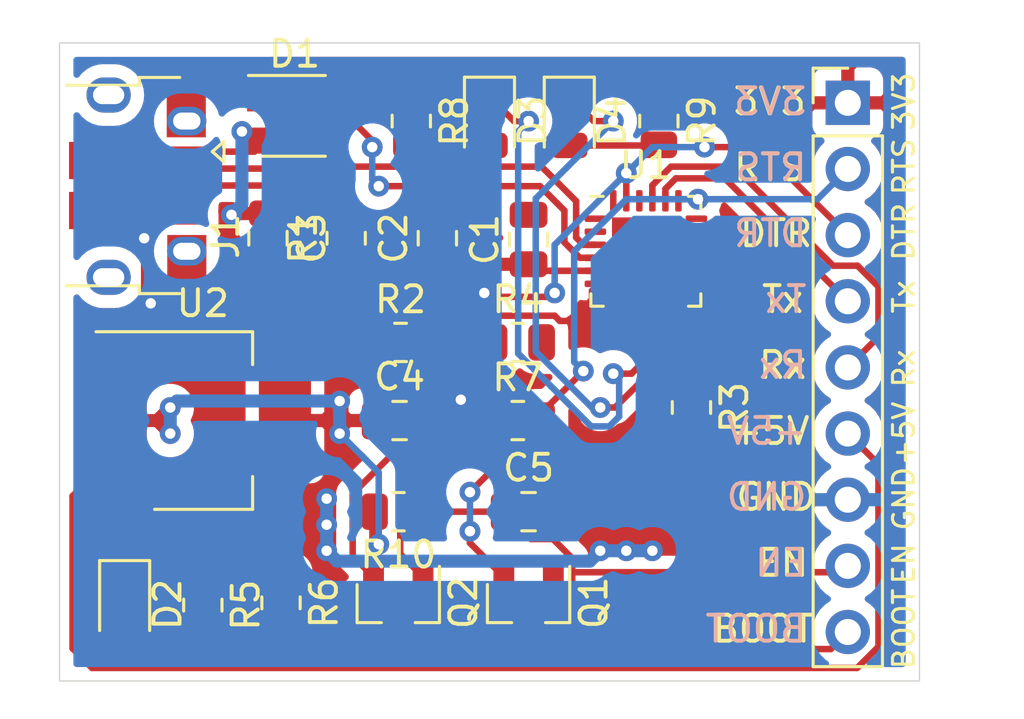
<source format=kicad_pcb>
(kicad_pcb (version 20171130) (host pcbnew 5.1.8)

  (general
    (thickness 1.6)
    (drawings 31)
    (tracks 211)
    (zones 0)
    (modules 25)
    (nets 34)
  )

  (page A4)
  (layers
    (0 F.Cu signal)
    (31 B.Cu signal)
    (32 B.Adhes user)
    (33 F.Adhes user)
    (34 B.Paste user)
    (35 F.Paste user)
    (36 B.SilkS user)
    (37 F.SilkS user)
    (38 B.Mask user)
    (39 F.Mask user)
    (40 Dwgs.User user)
    (41 Cmts.User user)
    (42 Eco1.User user)
    (43 Eco2.User user)
    (44 Edge.Cuts user)
    (45 Margin user)
    (46 B.CrtYd user)
    (47 F.CrtYd user)
    (48 B.Fab user)
    (49 F.Fab user)
  )

  (setup
    (last_trace_width 0.25)
    (user_trace_width 0.5)
    (trace_clearance 0.2)
    (zone_clearance 0.508)
    (zone_45_only no)
    (trace_min 0.2)
    (via_size 0.8)
    (via_drill 0.4)
    (via_min_size 0.4)
    (via_min_drill 0.3)
    (uvia_size 0.3)
    (uvia_drill 0.1)
    (uvias_allowed no)
    (uvia_min_size 0.2)
    (uvia_min_drill 0.1)
    (edge_width 0.05)
    (segment_width 0.2)
    (pcb_text_width 0.3)
    (pcb_text_size 1.5 1.5)
    (mod_edge_width 0.12)
    (mod_text_size 1 1)
    (mod_text_width 0.15)
    (pad_size 1.524 1.524)
    (pad_drill 0.762)
    (pad_to_mask_clearance 0)
    (aux_axis_origin 0 0)
    (visible_elements FFFFFF7F)
    (pcbplotparams
      (layerselection 0x010fc_ffffffff)
      (usegerberextensions false)
      (usegerberattributes true)
      (usegerberadvancedattributes true)
      (creategerberjobfile true)
      (excludeedgelayer true)
      (linewidth 0.100000)
      (plotframeref false)
      (viasonmask false)
      (mode 1)
      (useauxorigin false)
      (hpglpennumber 1)
      (hpglpenspeed 20)
      (hpglpendiameter 15.000000)
      (psnegative false)
      (psa4output false)
      (plotreference true)
      (plotvalue true)
      (plotinvisibletext false)
      (padsonsilk false)
      (subtractmaskfromsilk false)
      (outputformat 1)
      (mirror false)
      (drillshape 1)
      (scaleselection 1)
      (outputdirectory ""))
  )

  (net 0 "")
  (net 1 GND)
  (net 2 VDD)
  (net 3 VBus)
  (net 4 EN)
  (net 5 USB_DN)
  (net 6 USB_DP)
  (net 7 "Net-(D2-Pad2)")
  (net 8 "Net-(D3-Pad2)")
  (net 9 RXT)
  (net 10 "Net-(D4-Pad2)")
  (net 11 TXT)
  (net 12 "Net-(J1-Pad6)")
  (net 13 "Net-(J1-Pad4)")
  (net 14 IO0)
  (net 15 RxD)
  (net 16 TxD)
  (net 17 DTR)
  (net 18 RTS)
  (net 19 "Net-(Q1-Pad1)")
  (net 20 "Net-(Q2-Pad1)")
  (net 21 "Net-(R1-Pad2)")
  (net 22 "Net-(R3-Pad1)")
  (net 23 "Net-(R4-Pad2)")
  (net 24 "Net-(U1-Pad24)")
  (net 25 "Net-(U1-Pad22)")
  (net 26 "Net-(U1-Pad18)")
  (net 27 "Net-(U1-Pad17)")
  (net 28 "Net-(U1-Pad16)")
  (net 29 "Net-(U1-Pad12)")
  (net 30 "Net-(U1-Pad11)")
  (net 31 "Net-(U1-Pad10)")
  (net 32 "Net-(U1-Pad1)")
  (net 33 "Net-(U2-Pad1)")

  (net_class Default "This is the default net class."
    (clearance 0.2)
    (trace_width 0.25)
    (via_dia 0.8)
    (via_drill 0.4)
    (uvia_dia 0.3)
    (uvia_drill 0.1)
    (add_net DTR)
    (add_net EN)
    (add_net GND)
    (add_net IO0)
    (add_net "Net-(D2-Pad2)")
    (add_net "Net-(D3-Pad2)")
    (add_net "Net-(D4-Pad2)")
    (add_net "Net-(J1-Pad4)")
    (add_net "Net-(J1-Pad6)")
    (add_net "Net-(Q1-Pad1)")
    (add_net "Net-(Q2-Pad1)")
    (add_net "Net-(R1-Pad2)")
    (add_net "Net-(R3-Pad1)")
    (add_net "Net-(R4-Pad2)")
    (add_net "Net-(U1-Pad1)")
    (add_net "Net-(U1-Pad10)")
    (add_net "Net-(U1-Pad11)")
    (add_net "Net-(U1-Pad12)")
    (add_net "Net-(U1-Pad16)")
    (add_net "Net-(U1-Pad17)")
    (add_net "Net-(U1-Pad18)")
    (add_net "Net-(U1-Pad22)")
    (add_net "Net-(U1-Pad24)")
    (add_net "Net-(U2-Pad1)")
    (add_net RTS)
    (add_net RXT)
    (add_net RxD)
    (add_net TXT)
    (add_net TxD)
    (add_net USB_DN)
    (add_net USB_DP)
    (add_net VBus)
    (add_net VDD)
  )

  (module Connector_PinHeader_2.54mm:PinHeader_1x09_P2.54mm_Vertical (layer F.Cu) (tedit 59FED5CC) (tstamp 5FDD34C5)
    (at 173.25 46.8)
    (descr "Through hole straight pin header, 1x09, 2.54mm pitch, single row")
    (tags "Through hole pin header THT 1x09 2.54mm single row")
    (path /5FF1E656)
    (fp_text reference J2 (at 0 -2.33) (layer F.SilkS) hide
      (effects (font (size 1 1) (thickness 0.15)))
    )
    (fp_text value Conn_01x09_Male (at 0 22.65) (layer F.Fab)
      (effects (font (size 1 1) (thickness 0.15)))
    )
    (fp_text user %R (at 0 10.16 90) (layer F.Fab)
      (effects (font (size 1 1) (thickness 0.15)))
    )
    (fp_line (start -0.635 -1.27) (end 1.27 -1.27) (layer F.Fab) (width 0.1))
    (fp_line (start 1.27 -1.27) (end 1.27 21.59) (layer F.Fab) (width 0.1))
    (fp_line (start 1.27 21.59) (end -1.27 21.59) (layer F.Fab) (width 0.1))
    (fp_line (start -1.27 21.59) (end -1.27 -0.635) (layer F.Fab) (width 0.1))
    (fp_line (start -1.27 -0.635) (end -0.635 -1.27) (layer F.Fab) (width 0.1))
    (fp_line (start -1.33 21.65) (end 1.33 21.65) (layer F.SilkS) (width 0.12))
    (fp_line (start -1.33 1.27) (end -1.33 21.65) (layer F.SilkS) (width 0.12))
    (fp_line (start 1.33 1.27) (end 1.33 21.65) (layer F.SilkS) (width 0.12))
    (fp_line (start -1.33 1.27) (end 1.33 1.27) (layer F.SilkS) (width 0.12))
    (fp_line (start -1.33 0) (end -1.33 -1.33) (layer F.SilkS) (width 0.12))
    (fp_line (start -1.33 -1.33) (end 0 -1.33) (layer F.SilkS) (width 0.12))
    (fp_line (start -1.8 -1.8) (end -1.8 22.1) (layer F.CrtYd) (width 0.05))
    (fp_line (start -1.8 22.1) (end 1.8 22.1) (layer F.CrtYd) (width 0.05))
    (fp_line (start 1.8 22.1) (end 1.8 -1.8) (layer F.CrtYd) (width 0.05))
    (fp_line (start 1.8 -1.8) (end -1.8 -1.8) (layer F.CrtYd) (width 0.05))
    (pad 9 thru_hole oval (at 0 20.32) (size 1.7 1.7) (drill 1) (layers *.Cu *.Mask)
      (net 14 IO0))
    (pad 8 thru_hole oval (at 0 17.78) (size 1.7 1.7) (drill 1) (layers *.Cu *.Mask)
      (net 4 EN))
    (pad 7 thru_hole oval (at 0 15.24) (size 1.7 1.7) (drill 1) (layers *.Cu *.Mask)
      (net 1 GND))
    (pad 6 thru_hole oval (at 0 12.7) (size 1.7 1.7) (drill 1) (layers *.Cu *.Mask)
      (net 3 VBus))
    (pad 5 thru_hole oval (at 0 10.16) (size 1.7 1.7) (drill 1) (layers *.Cu *.Mask)
      (net 15 RxD))
    (pad 4 thru_hole oval (at 0 7.62) (size 1.7 1.7) (drill 1) (layers *.Cu *.Mask)
      (net 16 TxD))
    (pad 3 thru_hole oval (at 0 5.08) (size 1.7 1.7) (drill 1) (layers *.Cu *.Mask)
      (net 17 DTR))
    (pad 2 thru_hole oval (at 0 2.54) (size 1.7 1.7) (drill 1) (layers *.Cu *.Mask)
      (net 18 RTS))
    (pad 1 thru_hole rect (at 0 0) (size 1.7 1.7) (drill 1) (layers *.Cu *.Mask)
      (net 2 VDD))
    (model ${KISYS3DMOD}/Connector_PinHeader_2.54mm.3dshapes/PinHeader_1x09_P2.54mm_Vertical.wrl
      (at (xyz 0 0 0))
      (scale (xyz 1 1 1))
      (rotate (xyz 0 0 0))
    )
  )

  (module Package_TO_SOT_SMD:SOT-223-3_TabPin2 (layer F.Cu) (tedit 5A02FF57) (tstamp 5FDC2D2B)
    (at 148.5 59)
    (descr "module CMS SOT223 4 pins")
    (tags "CMS SOT")
    (path /5FDF6EFF)
    (attr smd)
    (fp_text reference U2 (at 0 -4.5) (layer F.SilkS)
      (effects (font (size 1 1) (thickness 0.15)))
    )
    (fp_text value AP1117-33 (at 0 4.5) (layer F.Fab)
      (effects (font (size 1 1) (thickness 0.15)))
    )
    (fp_line (start 1.85 -3.35) (end 1.85 3.35) (layer F.Fab) (width 0.1))
    (fp_line (start -1.85 3.35) (end 1.85 3.35) (layer F.Fab) (width 0.1))
    (fp_line (start -4.1 -3.41) (end 1.91 -3.41) (layer F.SilkS) (width 0.12))
    (fp_line (start -0.85 -3.35) (end 1.85 -3.35) (layer F.Fab) (width 0.1))
    (fp_line (start -1.85 3.41) (end 1.91 3.41) (layer F.SilkS) (width 0.12))
    (fp_line (start -1.85 -2.35) (end -1.85 3.35) (layer F.Fab) (width 0.1))
    (fp_line (start -1.85 -2.35) (end -0.85 -3.35) (layer F.Fab) (width 0.1))
    (fp_line (start -4.4 -3.6) (end -4.4 3.6) (layer F.CrtYd) (width 0.05))
    (fp_line (start -4.4 3.6) (end 4.4 3.6) (layer F.CrtYd) (width 0.05))
    (fp_line (start 4.4 3.6) (end 4.4 -3.6) (layer F.CrtYd) (width 0.05))
    (fp_line (start 4.4 -3.6) (end -4.4 -3.6) (layer F.CrtYd) (width 0.05))
    (fp_line (start 1.91 -3.41) (end 1.91 -2.15) (layer F.SilkS) (width 0.12))
    (fp_line (start 1.91 3.41) (end 1.91 2.15) (layer F.SilkS) (width 0.12))
    (fp_text user %R (at 0 0 90) (layer F.Fab)
      (effects (font (size 0.8 0.8) (thickness 0.12)))
    )
    (pad 1 smd rect (at -3.15 -2.3) (size 2 1.5) (layers F.Cu F.Paste F.Mask)
      (net 33 "Net-(U2-Pad1)"))
    (pad 3 smd rect (at -3.15 2.3) (size 2 1.5) (layers F.Cu F.Paste F.Mask)
      (net 3 VBus))
    (pad 2 smd rect (at -3.15 0) (size 2 1.5) (layers F.Cu F.Paste F.Mask)
      (net 2 VDD))
    (pad 2 smd rect (at 3.15 0) (size 2 3.8) (layers F.Cu F.Paste F.Mask)
      (net 2 VDD))
    (model ${KISYS3DMOD}/Package_TO_SOT_SMD.3dshapes/SOT-223.wrl
      (at (xyz 0 0 0))
      (scale (xyz 1 1 1))
      (rotate (xyz 0 0 0))
    )
  )

  (module Package_DFN_QFN:QFN-24-1EP_4x4mm_P0.5mm_EP2.6x2.6mm (layer F.Cu) (tedit 5DC5F6A3) (tstamp 5FDC2D15)
    (at 165.5 52.5)
    (descr "QFN, 24 Pin (http://ww1.microchip.com/downloads/en/PackagingSpec/00000049BQ.pdf#page=278), generated with kicad-footprint-generator ipc_noLead_generator.py")
    (tags "QFN NoLead")
    (path /5C682995)
    (attr smd)
    (fp_text reference U1 (at 0 -3.3) (layer F.SilkS)
      (effects (font (size 1 1) (thickness 0.15)))
    )
    (fp_text value CP2102N-A01-GQFN24 (at 0 3.3) (layer F.Fab)
      (effects (font (size 1 1) (thickness 0.15)))
    )
    (fp_line (start 2.6 -2.6) (end -2.6 -2.6) (layer F.CrtYd) (width 0.05))
    (fp_line (start 2.6 2.6) (end 2.6 -2.6) (layer F.CrtYd) (width 0.05))
    (fp_line (start -2.6 2.6) (end 2.6 2.6) (layer F.CrtYd) (width 0.05))
    (fp_line (start -2.6 -2.6) (end -2.6 2.6) (layer F.CrtYd) (width 0.05))
    (fp_line (start -2 -1) (end -1 -2) (layer F.Fab) (width 0.1))
    (fp_line (start -2 2) (end -2 -1) (layer F.Fab) (width 0.1))
    (fp_line (start 2 2) (end -2 2) (layer F.Fab) (width 0.1))
    (fp_line (start 2 -2) (end 2 2) (layer F.Fab) (width 0.1))
    (fp_line (start -1 -2) (end 2 -2) (layer F.Fab) (width 0.1))
    (fp_line (start -1.635 -2.11) (end -2.11 -2.11) (layer F.SilkS) (width 0.12))
    (fp_line (start 2.11 2.11) (end 2.11 1.635) (layer F.SilkS) (width 0.12))
    (fp_line (start 1.635 2.11) (end 2.11 2.11) (layer F.SilkS) (width 0.12))
    (fp_line (start -2.11 2.11) (end -2.11 1.635) (layer F.SilkS) (width 0.12))
    (fp_line (start -1.635 2.11) (end -2.11 2.11) (layer F.SilkS) (width 0.12))
    (fp_line (start 2.11 -2.11) (end 2.11 -1.635) (layer F.SilkS) (width 0.12))
    (fp_line (start 1.635 -2.11) (end 2.11 -2.11) (layer F.SilkS) (width 0.12))
    (fp_text user %R (at 0 0) (layer F.Fab)
      (effects (font (size 1 1) (thickness 0.15)))
    )
    (pad "" smd roundrect (at 0.65 0.65) (size 1.05 1.05) (layers F.Paste) (roundrect_rratio 0.238095))
    (pad "" smd roundrect (at 0.65 -0.65) (size 1.05 1.05) (layers F.Paste) (roundrect_rratio 0.238095))
    (pad "" smd roundrect (at -0.65 0.65) (size 1.05 1.05) (layers F.Paste) (roundrect_rratio 0.238095))
    (pad "" smd roundrect (at -0.65 -0.65) (size 1.05 1.05) (layers F.Paste) (roundrect_rratio 0.238095))
    (pad 25 smd rect (at 0 0) (size 2.6 2.6) (layers F.Cu F.Mask)
      (net 1 GND))
    (pad 24 smd roundrect (at -1.25 -1.9375) (size 0.25 0.825) (layers F.Cu F.Paste F.Mask) (roundrect_rratio 0.25)
      (net 24 "Net-(U1-Pad24)"))
    (pad 23 smd roundrect (at -0.75 -1.9375) (size 0.25 0.825) (layers F.Cu F.Paste F.Mask) (roundrect_rratio 0.25)
      (net 17 DTR))
    (pad 22 smd roundrect (at -0.25 -1.9375) (size 0.25 0.825) (layers F.Cu F.Paste F.Mask) (roundrect_rratio 0.25)
      (net 25 "Net-(U1-Pad22)"))
    (pad 21 smd roundrect (at 0.25 -1.9375) (size 0.25 0.825) (layers F.Cu F.Paste F.Mask) (roundrect_rratio 0.25)
      (net 15 RxD))
    (pad 20 smd roundrect (at 0.75 -1.9375) (size 0.25 0.825) (layers F.Cu F.Paste F.Mask) (roundrect_rratio 0.25)
      (net 16 TxD))
    (pad 19 smd roundrect (at 1.25 -1.9375) (size 0.25 0.825) (layers F.Cu F.Paste F.Mask) (roundrect_rratio 0.25)
      (net 18 RTS))
    (pad 18 smd roundrect (at 1.9375 -1.25) (size 0.825 0.25) (layers F.Cu F.Paste F.Mask) (roundrect_rratio 0.25)
      (net 26 "Net-(U1-Pad18)"))
    (pad 17 smd roundrect (at 1.9375 -0.75) (size 0.825 0.25) (layers F.Cu F.Paste F.Mask) (roundrect_rratio 0.25)
      (net 27 "Net-(U1-Pad17)"))
    (pad 16 smd roundrect (at 1.9375 -0.25) (size 0.825 0.25) (layers F.Cu F.Paste F.Mask) (roundrect_rratio 0.25)
      (net 28 "Net-(U1-Pad16)"))
    (pad 15 smd roundrect (at 1.9375 0.25) (size 0.825 0.25) (layers F.Cu F.Paste F.Mask) (roundrect_rratio 0.25)
      (net 22 "Net-(R3-Pad1)"))
    (pad 14 smd roundrect (at 1.9375 0.75) (size 0.825 0.25) (layers F.Cu F.Paste F.Mask) (roundrect_rratio 0.25)
      (net 11 TXT))
    (pad 13 smd roundrect (at 1.9375 1.25) (size 0.825 0.25) (layers F.Cu F.Paste F.Mask) (roundrect_rratio 0.25)
      (net 9 RXT))
    (pad 12 smd roundrect (at 1.25 1.9375) (size 0.25 0.825) (layers F.Cu F.Paste F.Mask) (roundrect_rratio 0.25)
      (net 29 "Net-(U1-Pad12)"))
    (pad 11 smd roundrect (at 0.75 1.9375) (size 0.25 0.825) (layers F.Cu F.Paste F.Mask) (roundrect_rratio 0.25)
      (net 30 "Net-(U1-Pad11)"))
    (pad 10 smd roundrect (at 0.25 1.9375) (size 0.25 0.825) (layers F.Cu F.Paste F.Mask) (roundrect_rratio 0.25)
      (net 31 "Net-(U1-Pad10)"))
    (pad 9 smd roundrect (at -0.25 1.9375) (size 0.25 0.825) (layers F.Cu F.Paste F.Mask) (roundrect_rratio 0.25)
      (net 23 "Net-(R4-Pad2)"))
    (pad 8 smd roundrect (at -0.75 1.9375) (size 0.25 0.825) (layers F.Cu F.Paste F.Mask) (roundrect_rratio 0.25)
      (net 21 "Net-(R1-Pad2)"))
    (pad 7 smd roundrect (at -1.25 1.9375) (size 0.25 0.825) (layers F.Cu F.Paste F.Mask) (roundrect_rratio 0.25)
      (net 2 VDD))
    (pad 6 smd roundrect (at -1.9375 1.25) (size 0.825 0.25) (layers F.Cu F.Paste F.Mask) (roundrect_rratio 0.25)
      (net 2 VDD))
    (pad 5 smd roundrect (at -1.9375 0.75) (size 0.825 0.25) (layers F.Cu F.Paste F.Mask) (roundrect_rratio 0.25)
      (net 2 VDD))
    (pad 4 smd roundrect (at -1.9375 0.25) (size 0.825 0.25) (layers F.Cu F.Paste F.Mask) (roundrect_rratio 0.25)
      (net 5 USB_DN))
    (pad 3 smd roundrect (at -1.9375 -0.25) (size 0.825 0.25) (layers F.Cu F.Paste F.Mask) (roundrect_rratio 0.25)
      (net 6 USB_DP))
    (pad 2 smd roundrect (at -1.9375 -0.75) (size 0.825 0.25) (layers F.Cu F.Paste F.Mask) (roundrect_rratio 0.25)
      (net 1 GND))
    (pad 1 smd roundrect (at -1.9375 -1.25) (size 0.825 0.25) (layers F.Cu F.Paste F.Mask) (roundrect_rratio 0.25)
      (net 32 "Net-(U1-Pad1)"))
    (model ${KISYS3DMOD}/Package_DFN_QFN.3dshapes/QFN-24-1EP_4x4mm_P0.5mm_EP2.6x2.6mm.wrl
      (at (xyz 0 0 0))
      (scale (xyz 1 1 1))
      (rotate (xyz 0 0 0))
    )
  )

  (module Resistor_SMD:R_0805_2012Metric (layer F.Cu) (tedit 5F68FEEE) (tstamp 5FDC2CE3)
    (at 156 62.5 180)
    (descr "Resistor SMD 0805 (2012 Metric), square (rectangular) end terminal, IPC_7351 nominal, (Body size source: IPC-SM-782 page 72, https://www.pcb-3d.com/wordpress/wp-content/uploads/ipc-sm-782a_amendment_1_and_2.pdf), generated with kicad-footprint-generator")
    (tags resistor)
    (path /5CA70DCC)
    (attr smd)
    (fp_text reference R10 (at 0 -1.65) (layer F.SilkS)
      (effects (font (size 1 1) (thickness 0.15)))
    )
    (fp_text value 10k (at 0 1.65) (layer F.Fab)
      (effects (font (size 1 1) (thickness 0.15)))
    )
    (fp_line (start 1.68 0.95) (end -1.68 0.95) (layer F.CrtYd) (width 0.05))
    (fp_line (start 1.68 -0.95) (end 1.68 0.95) (layer F.CrtYd) (width 0.05))
    (fp_line (start -1.68 -0.95) (end 1.68 -0.95) (layer F.CrtYd) (width 0.05))
    (fp_line (start -1.68 0.95) (end -1.68 -0.95) (layer F.CrtYd) (width 0.05))
    (fp_line (start -0.227064 0.735) (end 0.227064 0.735) (layer F.SilkS) (width 0.12))
    (fp_line (start -0.227064 -0.735) (end 0.227064 -0.735) (layer F.SilkS) (width 0.12))
    (fp_line (start 1 0.625) (end -1 0.625) (layer F.Fab) (width 0.1))
    (fp_line (start 1 -0.625) (end 1 0.625) (layer F.Fab) (width 0.1))
    (fp_line (start -1 -0.625) (end 1 -0.625) (layer F.Fab) (width 0.1))
    (fp_line (start -1 0.625) (end -1 -0.625) (layer F.Fab) (width 0.1))
    (fp_text user %R (at 0 0 180) (layer F.Fab)
      (effects (font (size 0.5 0.5) (thickness 0.08)))
    )
    (pad 2 smd roundrect (at 0.9125 0 180) (size 1.025 1.4) (layers F.Cu F.Paste F.Mask) (roundrect_rratio 0.243902)
      (net 2 VDD))
    (pad 1 smd roundrect (at -0.9125 0 180) (size 1.025 1.4) (layers F.Cu F.Paste F.Mask) (roundrect_rratio 0.243902)
      (net 4 EN))
    (model ${KISYS3DMOD}/Resistor_SMD.3dshapes/R_0805_2012Metric.wrl
      (at (xyz 0 0 0))
      (scale (xyz 1 1 1))
      (rotate (xyz 0 0 0))
    )
  )

  (module Resistor_SMD:R_0805_2012Metric (layer F.Cu) (tedit 5F68FEEE) (tstamp 5FDC2CD2)
    (at 166 47.5 270)
    (descr "Resistor SMD 0805 (2012 Metric), square (rectangular) end terminal, IPC_7351 nominal, (Body size source: IPC-SM-782 page 72, https://www.pcb-3d.com/wordpress/wp-content/uploads/ipc-sm-782a_amendment_1_and_2.pdf), generated with kicad-footprint-generator")
    (tags resistor)
    (path /5CB3CB8F)
    (attr smd)
    (fp_text reference R9 (at 0 -1.65 90) (layer F.SilkS)
      (effects (font (size 1 1) (thickness 0.15)))
    )
    (fp_text value 4.7k (at 0 1.65 90) (layer F.Fab)
      (effects (font (size 1 1) (thickness 0.15)))
    )
    (fp_line (start 1.68 0.95) (end -1.68 0.95) (layer F.CrtYd) (width 0.05))
    (fp_line (start 1.68 -0.95) (end 1.68 0.95) (layer F.CrtYd) (width 0.05))
    (fp_line (start -1.68 -0.95) (end 1.68 -0.95) (layer F.CrtYd) (width 0.05))
    (fp_line (start -1.68 0.95) (end -1.68 -0.95) (layer F.CrtYd) (width 0.05))
    (fp_line (start -0.227064 0.735) (end 0.227064 0.735) (layer F.SilkS) (width 0.12))
    (fp_line (start -0.227064 -0.735) (end 0.227064 -0.735) (layer F.SilkS) (width 0.12))
    (fp_line (start 1 0.625) (end -1 0.625) (layer F.Fab) (width 0.1))
    (fp_line (start 1 -0.625) (end 1 0.625) (layer F.Fab) (width 0.1))
    (fp_line (start -1 -0.625) (end 1 -0.625) (layer F.Fab) (width 0.1))
    (fp_line (start -1 0.625) (end -1 -0.625) (layer F.Fab) (width 0.1))
    (fp_text user %R (at 0 0 90) (layer F.Fab)
      (effects (font (size 0.5 0.5) (thickness 0.08)))
    )
    (pad 2 smd roundrect (at 0.9125 0 270) (size 1.025 1.4) (layers F.Cu F.Paste F.Mask) (roundrect_rratio 0.243902)
      (net 10 "Net-(D4-Pad2)"))
    (pad 1 smd roundrect (at -0.9125 0 270) (size 1.025 1.4) (layers F.Cu F.Paste F.Mask) (roundrect_rratio 0.243902)
      (net 2 VDD))
    (model ${KISYS3DMOD}/Resistor_SMD.3dshapes/R_0805_2012Metric.wrl
      (at (xyz 0 0 0))
      (scale (xyz 1 1 1))
      (rotate (xyz 0 0 0))
    )
  )

  (module Resistor_SMD:R_0805_2012Metric (layer F.Cu) (tedit 5F68FEEE) (tstamp 5FDC2CC1)
    (at 156.5 47.5 270)
    (descr "Resistor SMD 0805 (2012 Metric), square (rectangular) end terminal, IPC_7351 nominal, (Body size source: IPC-SM-782 page 72, https://www.pcb-3d.com/wordpress/wp-content/uploads/ipc-sm-782a_amendment_1_and_2.pdf), generated with kicad-footprint-generator")
    (tags resistor)
    (path /5C1309D9)
    (attr smd)
    (fp_text reference R8 (at 0 -1.65 90) (layer F.SilkS)
      (effects (font (size 1 1) (thickness 0.15)))
    )
    (fp_text value 2.2k (at 0 1.65 90) (layer F.Fab)
      (effects (font (size 1 1) (thickness 0.15)))
    )
    (fp_line (start 1.68 0.95) (end -1.68 0.95) (layer F.CrtYd) (width 0.05))
    (fp_line (start 1.68 -0.95) (end 1.68 0.95) (layer F.CrtYd) (width 0.05))
    (fp_line (start -1.68 -0.95) (end 1.68 -0.95) (layer F.CrtYd) (width 0.05))
    (fp_line (start -1.68 0.95) (end -1.68 -0.95) (layer F.CrtYd) (width 0.05))
    (fp_line (start -0.227064 0.735) (end 0.227064 0.735) (layer F.SilkS) (width 0.12))
    (fp_line (start -0.227064 -0.735) (end 0.227064 -0.735) (layer F.SilkS) (width 0.12))
    (fp_line (start 1 0.625) (end -1 0.625) (layer F.Fab) (width 0.1))
    (fp_line (start 1 -0.625) (end 1 0.625) (layer F.Fab) (width 0.1))
    (fp_line (start -1 -0.625) (end 1 -0.625) (layer F.Fab) (width 0.1))
    (fp_line (start -1 0.625) (end -1 -0.625) (layer F.Fab) (width 0.1))
    (fp_text user %R (at 0 0 90) (layer F.Fab)
      (effects (font (size 0.5 0.5) (thickness 0.08)))
    )
    (pad 2 smd roundrect (at 0.9125 0 270) (size 1.025 1.4) (layers F.Cu F.Paste F.Mask) (roundrect_rratio 0.243902)
      (net 8 "Net-(D3-Pad2)"))
    (pad 1 smd roundrect (at -0.9125 0 270) (size 1.025 1.4) (layers F.Cu F.Paste F.Mask) (roundrect_rratio 0.243902)
      (net 2 VDD))
    (model ${KISYS3DMOD}/Resistor_SMD.3dshapes/R_0805_2012Metric.wrl
      (at (xyz 0 0 0))
      (scale (xyz 1 1 1))
      (rotate (xyz 0 0 0))
    )
  )

  (module Resistor_SMD:R_0805_2012Metric (layer F.Cu) (tedit 5F68FEEE) (tstamp 5FDC2CB0)
    (at 160.5875 59)
    (descr "Resistor SMD 0805 (2012 Metric), square (rectangular) end terminal, IPC_7351 nominal, (Body size source: IPC-SM-782 page 72, https://www.pcb-3d.com/wordpress/wp-content/uploads/ipc-sm-782a_amendment_1_and_2.pdf), generated with kicad-footprint-generator")
    (tags resistor)
    (path /5C8E45DC)
    (attr smd)
    (fp_text reference R7 (at 0 -1.65) (layer F.SilkS)
      (effects (font (size 1 1) (thickness 0.15)))
    )
    (fp_text value 10k (at 0 1.65) (layer F.Fab)
      (effects (font (size 1 1) (thickness 0.15)))
    )
    (fp_line (start 1.68 0.95) (end -1.68 0.95) (layer F.CrtYd) (width 0.05))
    (fp_line (start 1.68 -0.95) (end 1.68 0.95) (layer F.CrtYd) (width 0.05))
    (fp_line (start -1.68 -0.95) (end 1.68 -0.95) (layer F.CrtYd) (width 0.05))
    (fp_line (start -1.68 0.95) (end -1.68 -0.95) (layer F.CrtYd) (width 0.05))
    (fp_line (start -0.227064 0.735) (end 0.227064 0.735) (layer F.SilkS) (width 0.12))
    (fp_line (start -0.227064 -0.735) (end 0.227064 -0.735) (layer F.SilkS) (width 0.12))
    (fp_line (start 1 0.625) (end -1 0.625) (layer F.Fab) (width 0.1))
    (fp_line (start 1 -0.625) (end 1 0.625) (layer F.Fab) (width 0.1))
    (fp_line (start -1 -0.625) (end 1 -0.625) (layer F.Fab) (width 0.1))
    (fp_line (start -1 0.625) (end -1 -0.625) (layer F.Fab) (width 0.1))
    (fp_text user %R (at 0 0) (layer F.Fab)
      (effects (font (size 0.5 0.5) (thickness 0.08)))
    )
    (pad 2 smd roundrect (at 0.9125 0) (size 1.025 1.4) (layers F.Cu F.Paste F.Mask) (roundrect_rratio 0.243902)
      (net 18 RTS))
    (pad 1 smd roundrect (at -0.9125 0) (size 1.025 1.4) (layers F.Cu F.Paste F.Mask) (roundrect_rratio 0.243902)
      (net 20 "Net-(Q2-Pad1)"))
    (model ${KISYS3DMOD}/Resistor_SMD.3dshapes/R_0805_2012Metric.wrl
      (at (xyz 0 0 0))
      (scale (xyz 1 1 1))
      (rotate (xyz 0 0 0))
    )
  )

  (module Resistor_SMD:R_0805_2012Metric (layer F.Cu) (tedit 5F68FEEE) (tstamp 5FDC2C9F)
    (at 151.5 66 270)
    (descr "Resistor SMD 0805 (2012 Metric), square (rectangular) end terminal, IPC_7351 nominal, (Body size source: IPC-SM-782 page 72, https://www.pcb-3d.com/wordpress/wp-content/uploads/ipc-sm-782a_amendment_1_and_2.pdf), generated with kicad-footprint-generator")
    (tags resistor)
    (path /5C8E447F)
    (attr smd)
    (fp_text reference R6 (at 0 -1.65 90) (layer F.SilkS)
      (effects (font (size 1 1) (thickness 0.15)))
    )
    (fp_text value 10k (at 0 1.65 90) (layer F.Fab)
      (effects (font (size 1 1) (thickness 0.15)))
    )
    (fp_line (start 1.68 0.95) (end -1.68 0.95) (layer F.CrtYd) (width 0.05))
    (fp_line (start 1.68 -0.95) (end 1.68 0.95) (layer F.CrtYd) (width 0.05))
    (fp_line (start -1.68 -0.95) (end 1.68 -0.95) (layer F.CrtYd) (width 0.05))
    (fp_line (start -1.68 0.95) (end -1.68 -0.95) (layer F.CrtYd) (width 0.05))
    (fp_line (start -0.227064 0.735) (end 0.227064 0.735) (layer F.SilkS) (width 0.12))
    (fp_line (start -0.227064 -0.735) (end 0.227064 -0.735) (layer F.SilkS) (width 0.12))
    (fp_line (start 1 0.625) (end -1 0.625) (layer F.Fab) (width 0.1))
    (fp_line (start 1 -0.625) (end 1 0.625) (layer F.Fab) (width 0.1))
    (fp_line (start -1 -0.625) (end 1 -0.625) (layer F.Fab) (width 0.1))
    (fp_line (start -1 0.625) (end -1 -0.625) (layer F.Fab) (width 0.1))
    (fp_text user %R (at 0 0 90) (layer F.Fab)
      (effects (font (size 0.5 0.5) (thickness 0.08)))
    )
    (pad 2 smd roundrect (at 0.9125 0 270) (size 1.025 1.4) (layers F.Cu F.Paste F.Mask) (roundrect_rratio 0.243902)
      (net 17 DTR))
    (pad 1 smd roundrect (at -0.9125 0 270) (size 1.025 1.4) (layers F.Cu F.Paste F.Mask) (roundrect_rratio 0.243902)
      (net 19 "Net-(Q1-Pad1)"))
    (model ${KISYS3DMOD}/Resistor_SMD.3dshapes/R_0805_2012Metric.wrl
      (at (xyz 0 0 0))
      (scale (xyz 1 1 1))
      (rotate (xyz 0 0 0))
    )
  )

  (module Resistor_SMD:R_0805_2012Metric (layer F.Cu) (tedit 5F68FEEE) (tstamp 5FDC2C8E)
    (at 148.5 66.0875 270)
    (descr "Resistor SMD 0805 (2012 Metric), square (rectangular) end terminal, IPC_7351 nominal, (Body size source: IPC-SM-782 page 72, https://www.pcb-3d.com/wordpress/wp-content/uploads/ipc-sm-782a_amendment_1_and_2.pdf), generated with kicad-footprint-generator")
    (tags resistor)
    (path /5C130A8A)
    (attr smd)
    (fp_text reference R5 (at 0 -1.65 90) (layer F.SilkS)
      (effects (font (size 1 1) (thickness 0.15)))
    )
    (fp_text value 2.2k (at 0 1.65 90) (layer F.Fab)
      (effects (font (size 1 1) (thickness 0.15)))
    )
    (fp_line (start 1.68 0.95) (end -1.68 0.95) (layer F.CrtYd) (width 0.05))
    (fp_line (start 1.68 -0.95) (end 1.68 0.95) (layer F.CrtYd) (width 0.05))
    (fp_line (start -1.68 -0.95) (end 1.68 -0.95) (layer F.CrtYd) (width 0.05))
    (fp_line (start -1.68 0.95) (end -1.68 -0.95) (layer F.CrtYd) (width 0.05))
    (fp_line (start -0.227064 0.735) (end 0.227064 0.735) (layer F.SilkS) (width 0.12))
    (fp_line (start -0.227064 -0.735) (end 0.227064 -0.735) (layer F.SilkS) (width 0.12))
    (fp_line (start 1 0.625) (end -1 0.625) (layer F.Fab) (width 0.1))
    (fp_line (start 1 -0.625) (end 1 0.625) (layer F.Fab) (width 0.1))
    (fp_line (start -1 -0.625) (end 1 -0.625) (layer F.Fab) (width 0.1))
    (fp_line (start -1 0.625) (end -1 -0.625) (layer F.Fab) (width 0.1))
    (fp_text user %R (at 0 0 90) (layer F.Fab)
      (effects (font (size 0.5 0.5) (thickness 0.08)))
    )
    (pad 2 smd roundrect (at 0.9125 0 270) (size 1.025 1.4) (layers F.Cu F.Paste F.Mask) (roundrect_rratio 0.243902)
      (net 7 "Net-(D2-Pad2)"))
    (pad 1 smd roundrect (at -0.9125 0 270) (size 1.025 1.4) (layers F.Cu F.Paste F.Mask) (roundrect_rratio 0.243902)
      (net 2 VDD))
    (model ${KISYS3DMOD}/Resistor_SMD.3dshapes/R_0805_2012Metric.wrl
      (at (xyz 0 0 0))
      (scale (xyz 1 1 1))
      (rotate (xyz 0 0 0))
    )
  )

  (module Resistor_SMD:R_0805_2012Metric (layer F.Cu) (tedit 5F68FEEE) (tstamp 5FDC2C7D)
    (at 160.5875 56)
    (descr "Resistor SMD 0805 (2012 Metric), square (rectangular) end terminal, IPC_7351 nominal, (Body size source: IPC-SM-782 page 72, https://www.pcb-3d.com/wordpress/wp-content/uploads/ipc-sm-782a_amendment_1_and_2.pdf), generated with kicad-footprint-generator")
    (tags resistor)
    (path /5C85546F)
    (attr smd)
    (fp_text reference R4 (at 0 -1.65) (layer F.SilkS)
      (effects (font (size 1 1) (thickness 0.15)))
    )
    (fp_text value 1k (at 0 1.65) (layer F.Fab)
      (effects (font (size 1 1) (thickness 0.15)))
    )
    (fp_line (start 1.68 0.95) (end -1.68 0.95) (layer F.CrtYd) (width 0.05))
    (fp_line (start 1.68 -0.95) (end 1.68 0.95) (layer F.CrtYd) (width 0.05))
    (fp_line (start -1.68 -0.95) (end 1.68 -0.95) (layer F.CrtYd) (width 0.05))
    (fp_line (start -1.68 0.95) (end -1.68 -0.95) (layer F.CrtYd) (width 0.05))
    (fp_line (start -0.227064 0.735) (end 0.227064 0.735) (layer F.SilkS) (width 0.12))
    (fp_line (start -0.227064 -0.735) (end 0.227064 -0.735) (layer F.SilkS) (width 0.12))
    (fp_line (start 1 0.625) (end -1 0.625) (layer F.Fab) (width 0.1))
    (fp_line (start 1 -0.625) (end 1 0.625) (layer F.Fab) (width 0.1))
    (fp_line (start -1 -0.625) (end 1 -0.625) (layer F.Fab) (width 0.1))
    (fp_line (start -1 0.625) (end -1 -0.625) (layer F.Fab) (width 0.1))
    (fp_text user %R (at 0 0) (layer F.Fab)
      (effects (font (size 0.5 0.5) (thickness 0.08)))
    )
    (pad 2 smd roundrect (at 0.9125 0) (size 1.025 1.4) (layers F.Cu F.Paste F.Mask) (roundrect_rratio 0.243902)
      (net 23 "Net-(R4-Pad2)"))
    (pad 1 smd roundrect (at -0.9125 0) (size 1.025 1.4) (layers F.Cu F.Paste F.Mask) (roundrect_rratio 0.243902)
      (net 2 VDD))
    (model ${KISYS3DMOD}/Resistor_SMD.3dshapes/R_0805_2012Metric.wrl
      (at (xyz 0 0 0))
      (scale (xyz 1 1 1))
      (rotate (xyz 0 0 0))
    )
  )

  (module Resistor_SMD:R_0805_2012Metric (layer F.Cu) (tedit 5F68FEEE) (tstamp 5FDC2C6C)
    (at 167.25 58.5 270)
    (descr "Resistor SMD 0805 (2012 Metric), square (rectangular) end terminal, IPC_7351 nominal, (Body size source: IPC-SM-782 page 72, https://www.pcb-3d.com/wordpress/wp-content/uploads/ipc-sm-782a_amendment_1_and_2.pdf), generated with kicad-footprint-generator")
    (tags resistor)
    (path /5C63C924)
    (attr smd)
    (fp_text reference R3 (at 0 -1.65 90) (layer F.SilkS)
      (effects (font (size 1 1) (thickness 0.15)))
    )
    (fp_text value 10k (at 0 1.65 90) (layer F.Fab)
      (effects (font (size 1 1) (thickness 0.15)))
    )
    (fp_line (start 1.68 0.95) (end -1.68 0.95) (layer F.CrtYd) (width 0.05))
    (fp_line (start 1.68 -0.95) (end 1.68 0.95) (layer F.CrtYd) (width 0.05))
    (fp_line (start -1.68 -0.95) (end 1.68 -0.95) (layer F.CrtYd) (width 0.05))
    (fp_line (start -1.68 0.95) (end -1.68 -0.95) (layer F.CrtYd) (width 0.05))
    (fp_line (start -0.227064 0.735) (end 0.227064 0.735) (layer F.SilkS) (width 0.12))
    (fp_line (start -0.227064 -0.735) (end 0.227064 -0.735) (layer F.SilkS) (width 0.12))
    (fp_line (start 1 0.625) (end -1 0.625) (layer F.Fab) (width 0.1))
    (fp_line (start 1 -0.625) (end 1 0.625) (layer F.Fab) (width 0.1))
    (fp_line (start -1 -0.625) (end 1 -0.625) (layer F.Fab) (width 0.1))
    (fp_line (start -1 0.625) (end -1 -0.625) (layer F.Fab) (width 0.1))
    (fp_text user %R (at 0 0 90) (layer F.Fab)
      (effects (font (size 0.5 0.5) (thickness 0.08)))
    )
    (pad 2 smd roundrect (at 0.9125 0 270) (size 1.025 1.4) (layers F.Cu F.Paste F.Mask) (roundrect_rratio 0.243902)
      (net 1 GND))
    (pad 1 smd roundrect (at -0.9125 0 270) (size 1.025 1.4) (layers F.Cu F.Paste F.Mask) (roundrect_rratio 0.243902)
      (net 22 "Net-(R3-Pad1)"))
    (model ${KISYS3DMOD}/Resistor_SMD.3dshapes/R_0805_2012Metric.wrl
      (at (xyz 0 0 0))
      (scale (xyz 1 1 1))
      (rotate (xyz 0 0 0))
    )
  )

  (module Resistor_SMD:R_0805_2012Metric (layer F.Cu) (tedit 5F68FEEE) (tstamp 5FDC2C5B)
    (at 156.0875 56)
    (descr "Resistor SMD 0805 (2012 Metric), square (rectangular) end terminal, IPC_7351 nominal, (Body size source: IPC-SM-782 page 72, https://www.pcb-3d.com/wordpress/wp-content/uploads/ipc-sm-782a_amendment_1_and_2.pdf), generated with kicad-footprint-generator")
    (tags resistor)
    (path /5C831481)
    (attr smd)
    (fp_text reference R2 (at 0 -1.65) (layer F.SilkS)
      (effects (font (size 1 1) (thickness 0.15)))
    )
    (fp_text value 47.5k (at 0 1.65) (layer F.Fab)
      (effects (font (size 1 1) (thickness 0.15)))
    )
    (fp_line (start 1.68 0.95) (end -1.68 0.95) (layer F.CrtYd) (width 0.05))
    (fp_line (start 1.68 -0.95) (end 1.68 0.95) (layer F.CrtYd) (width 0.05))
    (fp_line (start -1.68 -0.95) (end 1.68 -0.95) (layer F.CrtYd) (width 0.05))
    (fp_line (start -1.68 0.95) (end -1.68 -0.95) (layer F.CrtYd) (width 0.05))
    (fp_line (start -0.227064 0.735) (end 0.227064 0.735) (layer F.SilkS) (width 0.12))
    (fp_line (start -0.227064 -0.735) (end 0.227064 -0.735) (layer F.SilkS) (width 0.12))
    (fp_line (start 1 0.625) (end -1 0.625) (layer F.Fab) (width 0.1))
    (fp_line (start 1 -0.625) (end 1 0.625) (layer F.Fab) (width 0.1))
    (fp_line (start -1 -0.625) (end 1 -0.625) (layer F.Fab) (width 0.1))
    (fp_line (start -1 0.625) (end -1 -0.625) (layer F.Fab) (width 0.1))
    (fp_text user %R (at 0 0) (layer F.Fab)
      (effects (font (size 0.5 0.5) (thickness 0.08)))
    )
    (pad 2 smd roundrect (at 0.9125 0) (size 1.025 1.4) (layers F.Cu F.Paste F.Mask) (roundrect_rratio 0.243902)
      (net 1 GND))
    (pad 1 smd roundrect (at -0.9125 0) (size 1.025 1.4) (layers F.Cu F.Paste F.Mask) (roundrect_rratio 0.243902)
      (net 21 "Net-(R1-Pad2)"))
    (model ${KISYS3DMOD}/Resistor_SMD.3dshapes/R_0805_2012Metric.wrl
      (at (xyz 0 0 0))
      (scale (xyz 1 1 1))
      (rotate (xyz 0 0 0))
    )
  )

  (module Resistor_SMD:R_0805_2012Metric (layer F.Cu) (tedit 5F68FEEE) (tstamp 5FDC2C4A)
    (at 154 52 90)
    (descr "Resistor SMD 0805 (2012 Metric), square (rectangular) end terminal, IPC_7351 nominal, (Body size source: IPC-SM-782 page 72, https://www.pcb-3d.com/wordpress/wp-content/uploads/ipc-sm-782a_amendment_1_and_2.pdf), generated with kicad-footprint-generator")
    (tags resistor)
    (path /5C83139A)
    (attr smd)
    (fp_text reference R1 (at 0 -1.65 90) (layer F.SilkS)
      (effects (font (size 1 1) (thickness 0.15)))
    )
    (fp_text value 22.1k (at 0 1.65 90) (layer F.Fab)
      (effects (font (size 1 1) (thickness 0.15)))
    )
    (fp_line (start 1.68 0.95) (end -1.68 0.95) (layer F.CrtYd) (width 0.05))
    (fp_line (start 1.68 -0.95) (end 1.68 0.95) (layer F.CrtYd) (width 0.05))
    (fp_line (start -1.68 -0.95) (end 1.68 -0.95) (layer F.CrtYd) (width 0.05))
    (fp_line (start -1.68 0.95) (end -1.68 -0.95) (layer F.CrtYd) (width 0.05))
    (fp_line (start -0.227064 0.735) (end 0.227064 0.735) (layer F.SilkS) (width 0.12))
    (fp_line (start -0.227064 -0.735) (end 0.227064 -0.735) (layer F.SilkS) (width 0.12))
    (fp_line (start 1 0.625) (end -1 0.625) (layer F.Fab) (width 0.1))
    (fp_line (start 1 -0.625) (end 1 0.625) (layer F.Fab) (width 0.1))
    (fp_line (start -1 -0.625) (end 1 -0.625) (layer F.Fab) (width 0.1))
    (fp_line (start -1 0.625) (end -1 -0.625) (layer F.Fab) (width 0.1))
    (fp_text user %R (at 0 0 90) (layer F.Fab)
      (effects (font (size 0.5 0.5) (thickness 0.08)))
    )
    (pad 2 smd roundrect (at 0.9125 0 90) (size 1.025 1.4) (layers F.Cu F.Paste F.Mask) (roundrect_rratio 0.243902)
      (net 21 "Net-(R1-Pad2)"))
    (pad 1 smd roundrect (at -0.9125 0 90) (size 1.025 1.4) (layers F.Cu F.Paste F.Mask) (roundrect_rratio 0.243902)
      (net 3 VBus))
    (model ${KISYS3DMOD}/Resistor_SMD.3dshapes/R_0805_2012Metric.wrl
      (at (xyz 0 0 0))
      (scale (xyz 1 1 1))
      (rotate (xyz 0 0 0))
    )
  )

  (module Package_TO_SOT_SMD:SOT-23 (layer F.Cu) (tedit 5A02FF57) (tstamp 5FDC2C39)
    (at 156 66 270)
    (descr "SOT-23, Standard")
    (tags SOT-23)
    (path /5C8E488C)
    (attr smd)
    (fp_text reference Q2 (at 0 -2.5 90) (layer F.SilkS)
      (effects (font (size 1 1) (thickness 0.15)))
    )
    (fp_text value MMBT2222A (at 0 2.5 90) (layer F.Fab)
      (effects (font (size 1 1) (thickness 0.15)))
    )
    (fp_line (start 0.76 1.58) (end -0.7 1.58) (layer F.SilkS) (width 0.12))
    (fp_line (start 0.76 -1.58) (end -1.4 -1.58) (layer F.SilkS) (width 0.12))
    (fp_line (start -1.7 1.75) (end -1.7 -1.75) (layer F.CrtYd) (width 0.05))
    (fp_line (start 1.7 1.75) (end -1.7 1.75) (layer F.CrtYd) (width 0.05))
    (fp_line (start 1.7 -1.75) (end 1.7 1.75) (layer F.CrtYd) (width 0.05))
    (fp_line (start -1.7 -1.75) (end 1.7 -1.75) (layer F.CrtYd) (width 0.05))
    (fp_line (start 0.76 -1.58) (end 0.76 -0.65) (layer F.SilkS) (width 0.12))
    (fp_line (start 0.76 1.58) (end 0.76 0.65) (layer F.SilkS) (width 0.12))
    (fp_line (start -0.7 1.52) (end 0.7 1.52) (layer F.Fab) (width 0.1))
    (fp_line (start 0.7 -1.52) (end 0.7 1.52) (layer F.Fab) (width 0.1))
    (fp_line (start -0.7 -0.95) (end -0.15 -1.52) (layer F.Fab) (width 0.1))
    (fp_line (start -0.15 -1.52) (end 0.7 -1.52) (layer F.Fab) (width 0.1))
    (fp_line (start -0.7 -0.95) (end -0.7 1.5) (layer F.Fab) (width 0.1))
    (fp_text user %R (at 0 0) (layer F.Fab)
      (effects (font (size 0.5 0.5) (thickness 0.075)))
    )
    (pad 3 smd rect (at 1 0 270) (size 0.9 0.8) (layers F.Cu F.Paste F.Mask)
      (net 14 IO0))
    (pad 2 smd rect (at -1 0.95 270) (size 0.9 0.8) (layers F.Cu F.Paste F.Mask)
      (net 17 DTR))
    (pad 1 smd rect (at -1 -0.95 270) (size 0.9 0.8) (layers F.Cu F.Paste F.Mask)
      (net 20 "Net-(Q2-Pad1)"))
    (model ${KISYS3DMOD}/Package_TO_SOT_SMD.3dshapes/SOT-23.wrl
      (at (xyz 0 0 0))
      (scale (xyz 1 1 1))
      (rotate (xyz 0 0 0))
    )
  )

  (module Package_TO_SOT_SMD:SOT-23 (layer F.Cu) (tedit 5A02FF57) (tstamp 5FDC2C24)
    (at 161 66 270)
    (descr "SOT-23, Standard")
    (tags SOT-23)
    (path /5C8E474B)
    (attr smd)
    (fp_text reference Q1 (at 0 -2.5 90) (layer F.SilkS)
      (effects (font (size 1 1) (thickness 0.15)))
    )
    (fp_text value MMBT2222A (at 0 2.5 90) (layer F.Fab)
      (effects (font (size 1 1) (thickness 0.15)))
    )
    (fp_line (start 0.76 1.58) (end -0.7 1.58) (layer F.SilkS) (width 0.12))
    (fp_line (start 0.76 -1.58) (end -1.4 -1.58) (layer F.SilkS) (width 0.12))
    (fp_line (start -1.7 1.75) (end -1.7 -1.75) (layer F.CrtYd) (width 0.05))
    (fp_line (start 1.7 1.75) (end -1.7 1.75) (layer F.CrtYd) (width 0.05))
    (fp_line (start 1.7 -1.75) (end 1.7 1.75) (layer F.CrtYd) (width 0.05))
    (fp_line (start -1.7 -1.75) (end 1.7 -1.75) (layer F.CrtYd) (width 0.05))
    (fp_line (start 0.76 -1.58) (end 0.76 -0.65) (layer F.SilkS) (width 0.12))
    (fp_line (start 0.76 1.58) (end 0.76 0.65) (layer F.SilkS) (width 0.12))
    (fp_line (start -0.7 1.52) (end 0.7 1.52) (layer F.Fab) (width 0.1))
    (fp_line (start 0.7 -1.52) (end 0.7 1.52) (layer F.Fab) (width 0.1))
    (fp_line (start -0.7 -0.95) (end -0.15 -1.52) (layer F.Fab) (width 0.1))
    (fp_line (start -0.15 -1.52) (end 0.7 -1.52) (layer F.Fab) (width 0.1))
    (fp_line (start -0.7 -0.95) (end -0.7 1.5) (layer F.Fab) (width 0.1))
    (fp_text user %R (at 0 0) (layer F.Fab)
      (effects (font (size 0.5 0.5) (thickness 0.075)))
    )
    (pad 3 smd rect (at 1 0 270) (size 0.9 0.8) (layers F.Cu F.Paste F.Mask)
      (net 4 EN))
    (pad 2 smd rect (at -1 0.95 270) (size 0.9 0.8) (layers F.Cu F.Paste F.Mask)
      (net 18 RTS))
    (pad 1 smd rect (at -1 -0.95 270) (size 0.9 0.8) (layers F.Cu F.Paste F.Mask)
      (net 19 "Net-(Q1-Pad1)"))
    (model ${KISYS3DMOD}/Package_TO_SOT_SMD.3dshapes/SOT-23.wrl
      (at (xyz 0 0 0))
      (scale (xyz 1 1 1))
      (rotate (xyz 0 0 0))
    )
  )

  (module USB-UART-MicroUSB:USB_Micro-B_Amphenol_10118194-0001LF_Horizontal (layer F.Cu) (tedit 5C5F424A) (tstamp 5FDC2BDE)
    (at 146 50 270)
    (descr "Micro USB Type B 10103594-0001LF, http://cdn.amphenol-icc.com/media/wysiwyg/files/drawing/10103594.pdf")
    (tags "USB USB_B USB_micro USB_OTG")
    (path /5C6BFB2B)
    (attr smd)
    (fp_text reference J1 (at 1.925 -3.365 90) (layer F.SilkS)
      (effects (font (size 1 1) (thickness 0.15)))
    )
    (fp_text value USB_B_Micro (at -0.025 4.435 90) (layer F.Fab)
      (effects (font (size 1 1) (thickness 0.15)))
    )
    (fp_line (start -4.175 -0.065) (end -4.175 -1.615) (layer F.SilkS) (width 0.12))
    (fp_line (start -4.175 -0.065) (end -3.875 -0.065) (layer F.SilkS) (width 0.12))
    (fp_line (start -3.875 2.735) (end -3.875 -0.065) (layer F.SilkS) (width 0.12))
    (fp_line (start 4.125 -0.065) (end 4.125 -1.615) (layer F.SilkS) (width 0.12))
    (fp_line (start 3.825 -0.065) (end 4.125 -0.065) (layer F.SilkS) (width 0.12))
    (fp_line (start 3.825 2.735) (end 3.825 -0.065) (layer F.SilkS) (width 0.12))
    (fp_line (start -0.925 -3.315) (end -1.325 -2.865) (layer F.SilkS) (width 0.12))
    (fp_line (start -1.725 -3.315) (end -0.925 -3.315) (layer F.SilkS) (width 0.12))
    (fp_line (start -1.325 -2.865) (end -1.725 -3.315) (layer F.SilkS) (width 0.12))
    (fp_line (start -3.775 -0.865) (end -2.975 -1.615) (layer F.Fab) (width 0.12))
    (fp_line (start 3.725 3.335) (end -3.775 3.335) (layer F.Fab) (width 0.12))
    (fp_line (start 3.725 -1.615) (end 3.725 3.335) (layer F.Fab) (width 0.12))
    (fp_line (start -2.975 -1.615) (end 3.725 -1.615) (layer F.Fab) (width 0.12))
    (fp_line (start -3.775 3.335) (end -3.775 -0.865) (layer F.Fab) (width 0.12))
    (fp_line (start -4.025 2.835) (end 3.975 2.835) (layer Dwgs.User) (width 0.1))
    (fp_line (start -4.13 -2.88) (end 4.14 -2.88) (layer F.CrtYd) (width 0.05))
    (fp_line (start -4.13 -2.88) (end -4.13 3.58) (layer F.CrtYd) (width 0.05))
    (fp_line (start 4.14 3.58) (end 4.14 -2.88) (layer F.CrtYd) (width 0.05))
    (fp_line (start 4.14 3.58) (end -4.13 3.58) (layer F.CrtYd) (width 0.05))
    (fp_text user "PCB edge" (at -0.025 2.235 90) (layer Dwgs.User)
      (effects (font (size 0.5 0.5) (thickness 0.075)))
    )
    (fp_text user %R (at -0.025 -0.015 90) (layer F.Fab)
      (effects (font (size 1 1) (thickness 0.15)))
    )
    (pad 6 smd rect (at -2.875 -1.865 270) (size 2 1.5) (layers F.Cu F.Paste F.Mask)
      (net 12 "Net-(J1-Pad6)"))
    (pad 6 smd rect (at 2.875 -1.885 270) (size 2 1.5) (layers F.Cu F.Paste F.Mask)
      (net 12 "Net-(J1-Pad6)"))
    (pad 1 smd rect (at -1.325 -1.765) (size 1.65 0.4) (layers F.Cu F.Paste F.Mask)
      (net 3 VBus))
    (pad 2 smd rect (at -0.675 -1.765) (size 1.65 0.4) (layers F.Cu F.Paste F.Mask)
      (net 5 USB_DN))
    (pad 3 smd rect (at -0.025 -1.765) (size 1.65 0.4) (layers F.Cu F.Paste F.Mask)
      (net 6 USB_DP))
    (pad 4 smd rect (at 0.625 -1.765) (size 1.65 0.4) (layers F.Cu F.Paste F.Mask)
      (net 13 "Net-(J1-Pad4)"))
    (pad 5 smd rect (at 1.275 -1.765) (size 1.65 0.4) (layers F.Cu F.Paste F.Mask)
      (net 1 GND))
    (pad 6 thru_hole oval (at -2.5 -1.885) (size 1.5 1.1) (drill oval 1.05 0.65) (layers *.Cu *.Mask)
      (net 12 "Net-(J1-Pad6)"))
    (pad 6 thru_hole oval (at 2.5 -1.885) (size 1.5 1.1) (drill oval 1.05 0.65) (layers *.Cu *.Mask)
      (net 12 "Net-(J1-Pad6)"))
    (pad 6 thru_hole oval (at -3.5 1.115) (size 1.7 1.35) (drill oval 1.2 0.7) (layers *.Cu *.Mask)
      (net 12 "Net-(J1-Pad6)"))
    (pad 6 thru_hole oval (at 3.5 1.115) (size 1.7 1.35) (drill oval 1.2 0.7) (layers *.Cu *.Mask)
      (net 12 "Net-(J1-Pad6)"))
    (pad 6 smd rect (at -0.985 1.385) (size 2.5 1.43) (layers F.Cu F.Paste F.Mask)
      (net 12 "Net-(J1-Pad6)"))
    (pad 6 smd rect (at 0.935 1.385) (size 2.5 1.43) (layers F.Cu F.Paste F.Mask)
      (net 12 "Net-(J1-Pad6)"))
    (model ${KISYS3DMOD}/Connector_USB.3dshapes/USB_Micro-B_Molex_47346-0001.step
      (at (xyz 0 0 0))
      (scale (xyz 1 1 1))
      (rotate (xyz 0 0 0))
    )
  )

  (module LED_SMD:LED_0805_2012Metric (layer F.Cu) (tedit 5F68FEF1) (tstamp 5FDC2BB8)
    (at 162.5625 47.5 270)
    (descr "LED SMD 0805 (2012 Metric), square (rectangular) end terminal, IPC_7351 nominal, (Body size source: https://docs.google.com/spreadsheets/d/1BsfQQcO9C6DZCsRaXUlFlo91Tg2WpOkGARC1WS5S8t0/edit?usp=sharing), generated with kicad-footprint-generator")
    (tags LED)
    (path /5CB3CB96)
    (attr smd)
    (fp_text reference D4 (at 0 -1.65 90) (layer F.SilkS)
      (effects (font (size 1 1) (thickness 0.15)))
    )
    (fp_text value "LED GREEN" (at 0 1.65 90) (layer F.Fab)
      (effects (font (size 1 1) (thickness 0.15)))
    )
    (fp_line (start 1.68 0.95) (end -1.68 0.95) (layer F.CrtYd) (width 0.05))
    (fp_line (start 1.68 -0.95) (end 1.68 0.95) (layer F.CrtYd) (width 0.05))
    (fp_line (start -1.68 -0.95) (end 1.68 -0.95) (layer F.CrtYd) (width 0.05))
    (fp_line (start -1.68 0.95) (end -1.68 -0.95) (layer F.CrtYd) (width 0.05))
    (fp_line (start -1.685 0.96) (end 1 0.96) (layer F.SilkS) (width 0.12))
    (fp_line (start -1.685 -0.96) (end -1.685 0.96) (layer F.SilkS) (width 0.12))
    (fp_line (start 1 -0.96) (end -1.685 -0.96) (layer F.SilkS) (width 0.12))
    (fp_line (start 1 0.6) (end 1 -0.6) (layer F.Fab) (width 0.1))
    (fp_line (start -1 0.6) (end 1 0.6) (layer F.Fab) (width 0.1))
    (fp_line (start -1 -0.3) (end -1 0.6) (layer F.Fab) (width 0.1))
    (fp_line (start -0.7 -0.6) (end -1 -0.3) (layer F.Fab) (width 0.1))
    (fp_line (start 1 -0.6) (end -0.7 -0.6) (layer F.Fab) (width 0.1))
    (fp_text user %R (at 0 0 90) (layer F.Fab)
      (effects (font (size 0.5 0.5) (thickness 0.08)))
    )
    (pad 2 smd roundrect (at 0.9375 0 270) (size 0.975 1.4) (layers F.Cu F.Paste F.Mask) (roundrect_rratio 0.25)
      (net 10 "Net-(D4-Pad2)"))
    (pad 1 smd roundrect (at -0.9375 0 270) (size 0.975 1.4) (layers F.Cu F.Paste F.Mask) (roundrect_rratio 0.25)
      (net 11 TXT))
    (model ${KISYS3DMOD}/LED_SMD.3dshapes/LED_0805_2012Metric.wrl
      (at (xyz 0 0 0))
      (scale (xyz 1 1 1))
      (rotate (xyz 0 0 0))
    )
  )

  (module LED_SMD:LED_0805_2012Metric (layer F.Cu) (tedit 5F68FEF1) (tstamp 5FDC2BA5)
    (at 159.5 47.5 270)
    (descr "LED SMD 0805 (2012 Metric), square (rectangular) end terminal, IPC_7351 nominal, (Body size source: https://docs.google.com/spreadsheets/d/1BsfQQcO9C6DZCsRaXUlFlo91Tg2WpOkGARC1WS5S8t0/edit?usp=sharing), generated with kicad-footprint-generator")
    (tags LED)
    (path /5C130B1B)
    (attr smd)
    (fp_text reference D3 (at 0 -1.65 90) (layer F.SilkS)
      (effects (font (size 1 1) (thickness 0.15)))
    )
    (fp_text value "LED YELLOW" (at 0 1.65 90) (layer F.Fab)
      (effects (font (size 1 1) (thickness 0.15)))
    )
    (fp_line (start 1.68 0.95) (end -1.68 0.95) (layer F.CrtYd) (width 0.05))
    (fp_line (start 1.68 -0.95) (end 1.68 0.95) (layer F.CrtYd) (width 0.05))
    (fp_line (start -1.68 -0.95) (end 1.68 -0.95) (layer F.CrtYd) (width 0.05))
    (fp_line (start -1.68 0.95) (end -1.68 -0.95) (layer F.CrtYd) (width 0.05))
    (fp_line (start -1.685 0.96) (end 1 0.96) (layer F.SilkS) (width 0.12))
    (fp_line (start -1.685 -0.96) (end -1.685 0.96) (layer F.SilkS) (width 0.12))
    (fp_line (start 1 -0.96) (end -1.685 -0.96) (layer F.SilkS) (width 0.12))
    (fp_line (start 1 0.6) (end 1 -0.6) (layer F.Fab) (width 0.1))
    (fp_line (start -1 0.6) (end 1 0.6) (layer F.Fab) (width 0.1))
    (fp_line (start -1 -0.3) (end -1 0.6) (layer F.Fab) (width 0.1))
    (fp_line (start -0.7 -0.6) (end -1 -0.3) (layer F.Fab) (width 0.1))
    (fp_line (start 1 -0.6) (end -0.7 -0.6) (layer F.Fab) (width 0.1))
    (fp_text user %R (at 0 0 90) (layer F.Fab)
      (effects (font (size 0.5 0.5) (thickness 0.08)))
    )
    (pad 2 smd roundrect (at 0.9375 0 270) (size 0.975 1.4) (layers F.Cu F.Paste F.Mask) (roundrect_rratio 0.25)
      (net 8 "Net-(D3-Pad2)"))
    (pad 1 smd roundrect (at -0.9375 0 270) (size 0.975 1.4) (layers F.Cu F.Paste F.Mask) (roundrect_rratio 0.25)
      (net 9 RXT))
    (model ${KISYS3DMOD}/LED_SMD.3dshapes/LED_0805_2012Metric.wrl
      (at (xyz 0 0 0))
      (scale (xyz 1 1 1))
      (rotate (xyz 0 0 0))
    )
  )

  (module LED_SMD:LED_0805_2012Metric (layer F.Cu) (tedit 5F68FEF1) (tstamp 5FDC2B92)
    (at 145.5 66.0625 270)
    (descr "LED SMD 0805 (2012 Metric), square (rectangular) end terminal, IPC_7351 nominal, (Body size source: https://docs.google.com/spreadsheets/d/1BsfQQcO9C6DZCsRaXUlFlo91Tg2WpOkGARC1WS5S8t0/edit?usp=sharing), generated with kicad-footprint-generator")
    (tags LED)
    (path /5C130BAA)
    (attr smd)
    (fp_text reference D2 (at 0 -1.65 90) (layer F.SilkS)
      (effects (font (size 1 1) (thickness 0.15)))
    )
    (fp_text value LED (at 0 1.65 90) (layer F.Fab)
      (effects (font (size 1 1) (thickness 0.15)))
    )
    (fp_line (start 1.68 0.95) (end -1.68 0.95) (layer F.CrtYd) (width 0.05))
    (fp_line (start 1.68 -0.95) (end 1.68 0.95) (layer F.CrtYd) (width 0.05))
    (fp_line (start -1.68 -0.95) (end 1.68 -0.95) (layer F.CrtYd) (width 0.05))
    (fp_line (start -1.68 0.95) (end -1.68 -0.95) (layer F.CrtYd) (width 0.05))
    (fp_line (start -1.685 0.96) (end 1 0.96) (layer F.SilkS) (width 0.12))
    (fp_line (start -1.685 -0.96) (end -1.685 0.96) (layer F.SilkS) (width 0.12))
    (fp_line (start 1 -0.96) (end -1.685 -0.96) (layer F.SilkS) (width 0.12))
    (fp_line (start 1 0.6) (end 1 -0.6) (layer F.Fab) (width 0.1))
    (fp_line (start -1 0.6) (end 1 0.6) (layer F.Fab) (width 0.1))
    (fp_line (start -1 -0.3) (end -1 0.6) (layer F.Fab) (width 0.1))
    (fp_line (start -0.7 -0.6) (end -1 -0.3) (layer F.Fab) (width 0.1))
    (fp_line (start 1 -0.6) (end -0.7 -0.6) (layer F.Fab) (width 0.1))
    (fp_text user %R (at 0 0 90) (layer F.Fab)
      (effects (font (size 0.5 0.5) (thickness 0.08)))
    )
    (pad 2 smd roundrect (at 0.9375 0 270) (size 0.975 1.4) (layers F.Cu F.Paste F.Mask) (roundrect_rratio 0.25)
      (net 7 "Net-(D2-Pad2)"))
    (pad 1 smd roundrect (at -0.9375 0 270) (size 0.975 1.4) (layers F.Cu F.Paste F.Mask) (roundrect_rratio 0.25)
      (net 1 GND))
    (model ${KISYS3DMOD}/LED_SMD.3dshapes/LED_0805_2012Metric.wrl
      (at (xyz 0 0 0))
      (scale (xyz 1 1 1))
      (rotate (xyz 0 0 0))
    )
  )

  (module Package_TO_SOT_SMD:SOT-143 (layer F.Cu) (tedit 5A02FF57) (tstamp 5FDC2B7F)
    (at 152 47.3)
    (descr SOT-143)
    (tags SOT-143)
    (path /5C7C5F04)
    (attr smd)
    (fp_text reference D1 (at 0.02 -2.38) (layer F.SilkS)
      (effects (font (size 1 1) (thickness 0.15)))
    )
    (fp_text value SP0503BAHT (at -0.28 2.48) (layer F.Fab)
      (effects (font (size 1 1) (thickness 0.15)))
    )
    (fp_line (start -2.05 1.75) (end -2.05 -1.75) (layer F.CrtYd) (width 0.05))
    (fp_line (start -2.05 1.75) (end 2.05 1.75) (layer F.CrtYd) (width 0.05))
    (fp_line (start 2.05 -1.75) (end -2.05 -1.75) (layer F.CrtYd) (width 0.05))
    (fp_line (start 2.05 -1.75) (end 2.05 1.75) (layer F.CrtYd) (width 0.05))
    (fp_line (start 1.2 -1.5) (end 1.2 1.5) (layer F.Fab) (width 0.1))
    (fp_line (start 1.2 1.5) (end -1.2 1.5) (layer F.Fab) (width 0.1))
    (fp_line (start -1.2 1.5) (end -1.2 -1) (layer F.Fab) (width 0.1))
    (fp_line (start -0.7 -1.5) (end 1.2 -1.5) (layer F.Fab) (width 0.1))
    (fp_line (start -1.2 -1) (end -0.7 -1.5) (layer F.Fab) (width 0.1))
    (fp_line (start 1.2 -1.55) (end -1.75 -1.55) (layer F.SilkS) (width 0.12))
    (fp_line (start -1.2 1.55) (end 1.2 1.55) (layer F.SilkS) (width 0.12))
    (fp_text user %R (at 0 0 90) (layer F.Fab)
      (effects (font (size 0.5 0.5) (thickness 0.075)))
    )
    (pad 4 smd rect (at 1.1 -0.95 270) (size 1 1.4) (layers F.Cu F.Paste F.Mask)
      (net 5 USB_DN))
    (pad 3 smd rect (at 1.1 0.95 270) (size 1 1.4) (layers F.Cu F.Paste F.Mask)
      (net 6 USB_DP))
    (pad 2 smd rect (at -1.1 0.95 270) (size 1 1.4) (layers F.Cu F.Paste F.Mask)
      (net 3 VBus))
    (pad 1 smd rect (at -1.1 -0.77 270) (size 1.2 1.4) (layers F.Cu F.Paste F.Mask)
      (net 1 GND))
    (model ${KISYS3DMOD}/Package_TO_SOT_SMD.3dshapes/SOT-143.wrl
      (at (xyz 0 0 0))
      (scale (xyz 1 1 1))
      (rotate (xyz 0 0 0))
    )
  )

  (module Capacitor_SMD:C_0805_2012Metric (layer F.Cu) (tedit 5F68FEEE) (tstamp 5FDC2B6B)
    (at 161 62.5)
    (descr "Capacitor SMD 0805 (2012 Metric), square (rectangular) end terminal, IPC_7351 nominal, (Body size source: IPC-SM-782 page 76, https://www.pcb-3d.com/wordpress/wp-content/uploads/ipc-sm-782a_amendment_1_and_2.pdf, https://docs.google.com/spreadsheets/d/1BsfQQcO9C6DZCsRaXUlFlo91Tg2WpOkGARC1WS5S8t0/edit?usp=sharing), generated with kicad-footprint-generator")
    (tags capacitor)
    (path /5CA81B4F)
    (attr smd)
    (fp_text reference C5 (at 0 -1.68) (layer F.SilkS)
      (effects (font (size 1 1) (thickness 0.15)))
    )
    (fp_text value 0.1u (at 0 1.68) (layer F.Fab)
      (effects (font (size 1 1) (thickness 0.15)))
    )
    (fp_line (start 1.7 0.98) (end -1.7 0.98) (layer F.CrtYd) (width 0.05))
    (fp_line (start 1.7 -0.98) (end 1.7 0.98) (layer F.CrtYd) (width 0.05))
    (fp_line (start -1.7 -0.98) (end 1.7 -0.98) (layer F.CrtYd) (width 0.05))
    (fp_line (start -1.7 0.98) (end -1.7 -0.98) (layer F.CrtYd) (width 0.05))
    (fp_line (start -0.261252 0.735) (end 0.261252 0.735) (layer F.SilkS) (width 0.12))
    (fp_line (start -0.261252 -0.735) (end 0.261252 -0.735) (layer F.SilkS) (width 0.12))
    (fp_line (start 1 0.625) (end -1 0.625) (layer F.Fab) (width 0.1))
    (fp_line (start 1 -0.625) (end 1 0.625) (layer F.Fab) (width 0.1))
    (fp_line (start -1 -0.625) (end 1 -0.625) (layer F.Fab) (width 0.1))
    (fp_line (start -1 0.625) (end -1 -0.625) (layer F.Fab) (width 0.1))
    (fp_text user %R (at 0 0) (layer F.Fab)
      (effects (font (size 0.5 0.5) (thickness 0.08)))
    )
    (pad 2 smd roundrect (at 0.95 0) (size 1 1.45) (layers F.Cu F.Paste F.Mask) (roundrect_rratio 0.25)
      (net 1 GND))
    (pad 1 smd roundrect (at -0.95 0) (size 1 1.45) (layers F.Cu F.Paste F.Mask) (roundrect_rratio 0.25)
      (net 4 EN))
    (model ${KISYS3DMOD}/Capacitor_SMD.3dshapes/C_0805_2012Metric.wrl
      (at (xyz 0 0 0))
      (scale (xyz 1 1 1))
      (rotate (xyz 0 0 0))
    )
  )

  (module Capacitor_SMD:C_0805_2012Metric (layer F.Cu) (tedit 5F68FEEE) (tstamp 5FDC2B5A)
    (at 156.05 59)
    (descr "Capacitor SMD 0805 (2012 Metric), square (rectangular) end terminal, IPC_7351 nominal, (Body size source: IPC-SM-782 page 76, https://www.pcb-3d.com/wordpress/wp-content/uploads/ipc-sm-782a_amendment_1_and_2.pdf, https://docs.google.com/spreadsheets/d/1BsfQQcO9C6DZCsRaXUlFlo91Tg2WpOkGARC1WS5S8t0/edit?usp=sharing), generated with kicad-footprint-generator")
    (tags capacitor)
    (path /5C130600)
    (attr smd)
    (fp_text reference C4 (at 0 -1.68) (layer F.SilkS)
      (effects (font (size 1 1) (thickness 0.15)))
    )
    (fp_text value 10u (at 0 1.68) (layer F.Fab)
      (effects (font (size 1 1) (thickness 0.15)))
    )
    (fp_line (start 1.7 0.98) (end -1.7 0.98) (layer F.CrtYd) (width 0.05))
    (fp_line (start 1.7 -0.98) (end 1.7 0.98) (layer F.CrtYd) (width 0.05))
    (fp_line (start -1.7 -0.98) (end 1.7 -0.98) (layer F.CrtYd) (width 0.05))
    (fp_line (start -1.7 0.98) (end -1.7 -0.98) (layer F.CrtYd) (width 0.05))
    (fp_line (start -0.261252 0.735) (end 0.261252 0.735) (layer F.SilkS) (width 0.12))
    (fp_line (start -0.261252 -0.735) (end 0.261252 -0.735) (layer F.SilkS) (width 0.12))
    (fp_line (start 1 0.625) (end -1 0.625) (layer F.Fab) (width 0.1))
    (fp_line (start 1 -0.625) (end 1 0.625) (layer F.Fab) (width 0.1))
    (fp_line (start -1 -0.625) (end 1 -0.625) (layer F.Fab) (width 0.1))
    (fp_line (start -1 0.625) (end -1 -0.625) (layer F.Fab) (width 0.1))
    (fp_text user %R (at 0 0) (layer F.Fab)
      (effects (font (size 0.5 0.5) (thickness 0.08)))
    )
    (pad 2 smd roundrect (at 0.95 0) (size 1 1.45) (layers F.Cu F.Paste F.Mask) (roundrect_rratio 0.25)
      (net 1 GND))
    (pad 1 smd roundrect (at -0.95 0) (size 1 1.45) (layers F.Cu F.Paste F.Mask) (roundrect_rratio 0.25)
      (net 2 VDD))
    (model ${KISYS3DMOD}/Capacitor_SMD.3dshapes/C_0805_2012Metric.wrl
      (at (xyz 0 0 0))
      (scale (xyz 1 1 1))
      (rotate (xyz 0 0 0))
    )
  )

  (module Capacitor_SMD:C_0805_2012Metric (layer F.Cu) (tedit 5F68FEEE) (tstamp 5FDC2B49)
    (at 151 52 270)
    (descr "Capacitor SMD 0805 (2012 Metric), square (rectangular) end terminal, IPC_7351 nominal, (Body size source: IPC-SM-782 page 76, https://www.pcb-3d.com/wordpress/wp-content/uploads/ipc-sm-782a_amendment_1_and_2.pdf, https://docs.google.com/spreadsheets/d/1BsfQQcO9C6DZCsRaXUlFlo91Tg2WpOkGARC1WS5S8t0/edit?usp=sharing), generated with kicad-footprint-generator")
    (tags capacitor)
    (path /5C1306A0)
    (attr smd)
    (fp_text reference C3 (at 0 -1.68 90) (layer F.SilkS)
      (effects (font (size 1 1) (thickness 0.15)))
    )
    (fp_text value 10u (at 0 1.68 90) (layer F.Fab)
      (effects (font (size 1 1) (thickness 0.15)))
    )
    (fp_line (start 1.7 0.98) (end -1.7 0.98) (layer F.CrtYd) (width 0.05))
    (fp_line (start 1.7 -0.98) (end 1.7 0.98) (layer F.CrtYd) (width 0.05))
    (fp_line (start -1.7 -0.98) (end 1.7 -0.98) (layer F.CrtYd) (width 0.05))
    (fp_line (start -1.7 0.98) (end -1.7 -0.98) (layer F.CrtYd) (width 0.05))
    (fp_line (start -0.261252 0.735) (end 0.261252 0.735) (layer F.SilkS) (width 0.12))
    (fp_line (start -0.261252 -0.735) (end 0.261252 -0.735) (layer F.SilkS) (width 0.12))
    (fp_line (start 1 0.625) (end -1 0.625) (layer F.Fab) (width 0.1))
    (fp_line (start 1 -0.625) (end 1 0.625) (layer F.Fab) (width 0.1))
    (fp_line (start -1 -0.625) (end 1 -0.625) (layer F.Fab) (width 0.1))
    (fp_line (start -1 0.625) (end -1 -0.625) (layer F.Fab) (width 0.1))
    (fp_text user %R (at 0 0 90) (layer F.Fab)
      (effects (font (size 0.5 0.5) (thickness 0.08)))
    )
    (pad 2 smd roundrect (at 0.95 0 270) (size 1 1.45) (layers F.Cu F.Paste F.Mask) (roundrect_rratio 0.25)
      (net 1 GND))
    (pad 1 smd roundrect (at -0.95 0 270) (size 1 1.45) (layers F.Cu F.Paste F.Mask) (roundrect_rratio 0.25)
      (net 3 VBus))
    (model ${KISYS3DMOD}/Capacitor_SMD.3dshapes/C_0805_2012Metric.wrl
      (at (xyz 0 0 0))
      (scale (xyz 1 1 1))
      (rotate (xyz 0 0 0))
    )
  )

  (module Capacitor_SMD:C_0805_2012Metric (layer F.Cu) (tedit 5F68FEEE) (tstamp 5FDC2B38)
    (at 157.5 52 90)
    (descr "Capacitor SMD 0805 (2012 Metric), square (rectangular) end terminal, IPC_7351 nominal, (Body size source: IPC-SM-782 page 76, https://www.pcb-3d.com/wordpress/wp-content/uploads/ipc-sm-782a_amendment_1_and_2.pdf, https://docs.google.com/spreadsheets/d/1BsfQQcO9C6DZCsRaXUlFlo91Tg2WpOkGARC1WS5S8t0/edit?usp=sharing), generated with kicad-footprint-generator")
    (tags capacitor)
    (path /5C7931E1)
    (attr smd)
    (fp_text reference C2 (at 0 -1.68 90) (layer F.SilkS)
      (effects (font (size 1 1) (thickness 0.15)))
    )
    (fp_text value 0.1u (at 0 1.68 90) (layer F.Fab)
      (effects (font (size 1 1) (thickness 0.15)))
    )
    (fp_line (start 1.7 0.98) (end -1.7 0.98) (layer F.CrtYd) (width 0.05))
    (fp_line (start 1.7 -0.98) (end 1.7 0.98) (layer F.CrtYd) (width 0.05))
    (fp_line (start -1.7 -0.98) (end 1.7 -0.98) (layer F.CrtYd) (width 0.05))
    (fp_line (start -1.7 0.98) (end -1.7 -0.98) (layer F.CrtYd) (width 0.05))
    (fp_line (start -0.261252 0.735) (end 0.261252 0.735) (layer F.SilkS) (width 0.12))
    (fp_line (start -0.261252 -0.735) (end 0.261252 -0.735) (layer F.SilkS) (width 0.12))
    (fp_line (start 1 0.625) (end -1 0.625) (layer F.Fab) (width 0.1))
    (fp_line (start 1 -0.625) (end 1 0.625) (layer F.Fab) (width 0.1))
    (fp_line (start -1 -0.625) (end 1 -0.625) (layer F.Fab) (width 0.1))
    (fp_line (start -1 0.625) (end -1 -0.625) (layer F.Fab) (width 0.1))
    (fp_text user %R (at 0 0 90) (layer F.Fab)
      (effects (font (size 0.5 0.5) (thickness 0.08)))
    )
    (pad 2 smd roundrect (at 0.95 0 90) (size 1 1.45) (layers F.Cu F.Paste F.Mask) (roundrect_rratio 0.25)
      (net 1 GND))
    (pad 1 smd roundrect (at -0.95 0 90) (size 1 1.45) (layers F.Cu F.Paste F.Mask) (roundrect_rratio 0.25)
      (net 2 VDD))
    (model ${KISYS3DMOD}/Capacitor_SMD.3dshapes/C_0805_2012Metric.wrl
      (at (xyz 0 0 0))
      (scale (xyz 1 1 1))
      (rotate (xyz 0 0 0))
    )
  )

  (module Capacitor_SMD:C_0805_2012Metric (layer F.Cu) (tedit 5F68FEEE) (tstamp 5FDC2B27)
    (at 161 52.05 90)
    (descr "Capacitor SMD 0805 (2012 Metric), square (rectangular) end terminal, IPC_7351 nominal, (Body size source: IPC-SM-782 page 76, https://www.pcb-3d.com/wordpress/wp-content/uploads/ipc-sm-782a_amendment_1_and_2.pdf, https://docs.google.com/spreadsheets/d/1BsfQQcO9C6DZCsRaXUlFlo91Tg2WpOkGARC1WS5S8t0/edit?usp=sharing), generated with kicad-footprint-generator")
    (tags capacitor)
    (path /5C7931DA)
    (attr smd)
    (fp_text reference C1 (at 0 -1.68 90) (layer F.SilkS)
      (effects (font (size 1 1) (thickness 0.15)))
    )
    (fp_text value 10u (at 0 1.68 90) (layer F.Fab)
      (effects (font (size 1 1) (thickness 0.15)))
    )
    (fp_line (start 1.7 0.98) (end -1.7 0.98) (layer F.CrtYd) (width 0.05))
    (fp_line (start 1.7 -0.98) (end 1.7 0.98) (layer F.CrtYd) (width 0.05))
    (fp_line (start -1.7 -0.98) (end 1.7 -0.98) (layer F.CrtYd) (width 0.05))
    (fp_line (start -1.7 0.98) (end -1.7 -0.98) (layer F.CrtYd) (width 0.05))
    (fp_line (start -0.261252 0.735) (end 0.261252 0.735) (layer F.SilkS) (width 0.12))
    (fp_line (start -0.261252 -0.735) (end 0.261252 -0.735) (layer F.SilkS) (width 0.12))
    (fp_line (start 1 0.625) (end -1 0.625) (layer F.Fab) (width 0.1))
    (fp_line (start 1 -0.625) (end 1 0.625) (layer F.Fab) (width 0.1))
    (fp_line (start -1 -0.625) (end 1 -0.625) (layer F.Fab) (width 0.1))
    (fp_line (start -1 0.625) (end -1 -0.625) (layer F.Fab) (width 0.1))
    (fp_text user %R (at 0 0 90) (layer F.Fab)
      (effects (font (size 0.5 0.5) (thickness 0.08)))
    )
    (pad 2 smd roundrect (at 0.95 0 90) (size 1 1.45) (layers F.Cu F.Paste F.Mask) (roundrect_rratio 0.25)
      (net 1 GND))
    (pad 1 smd roundrect (at -0.95 0 90) (size 1 1.45) (layers F.Cu F.Paste F.Mask) (roundrect_rratio 0.25)
      (net 2 VDD))
    (model ${KISYS3DMOD}/Capacitor_SMD.3dshapes/C_0805_2012Metric.wrl
      (at (xyz 0 0 0))
      (scale (xyz 1 1 1))
      (rotate (xyz 0 0 0))
    )
  )

  (gr_text Rx (at 175.4 57 90) (layer F.SilkS) (tstamp 5FDE0775)
    (effects (font (size 0.8 0.8) (thickness 0.12)))
  )
  (gr_text EN (at 175.4 64.5 90) (layer F.SilkS) (tstamp 5FDE0774)
    (effects (font (size 0.8 0.8) (thickness 0.12)))
  )
  (gr_text 3V3 (at 170.273809 46.75) (layer B.SilkS) (tstamp 5FDE0773)
    (effects (font (size 1 1) (thickness 0.15)) (justify mirror))
  )
  (gr_text GND (at 175.4 62 90) (layer F.SilkS) (tstamp 5FDE0772)
    (effects (font (size 0.8 0.8) (thickness 0.12)))
  )
  (gr_text BOOT (at 169.72619 67) (layer B.SilkS) (tstamp 5FDE0771)
    (effects (font (size 1 1) (thickness 0.15)) (justify mirror))
  )
  (gr_text DTR (at 175.4 51.75 90) (layer F.SilkS) (tstamp 5FDE0770)
    (effects (font (size 0.8 0.8) (thickness 0.12)))
  )
  (gr_text Tx (at 175.4 54.25 90) (layer F.SilkS) (tstamp 5FDE076F)
    (effects (font (size 0.8 0.8) (thickness 0.12)))
  )
  (gr_text RTS (at 175.4 49.25 90) (layer F.SilkS) (tstamp 5FDE076E)
    (effects (font (size 0.8 0.8) (thickness 0.12)))
  )
  (gr_text +5V (at 175.4 59.5 90) (layer F.SilkS) (tstamp 5FDE076D)
    (effects (font (size 0.8 0.8) (thickness 0.12)))
  )
  (gr_text EN (at 170.678571 64.46875) (layer B.SilkS) (tstamp 5FDE04B5)
    (effects (font (size 1 1) (thickness 0.15)) (justify mirror))
  )
  (gr_text BOOT (at 175.4 67 90) (layer F.SilkS) (tstamp 5FDE04B4)
    (effects (font (size 0.8 0.8) (thickness 0.12)))
  )
  (gr_text GND (at 170.130952 61.9375) (layer B.SilkS) (tstamp 5FDE04B3)
    (effects (font (size 1 1) (thickness 0.15)) (justify mirror))
  )
  (gr_text +5V (at 170.130952 59.40625) (layer B.SilkS) (tstamp 5FDE04B2)
    (effects (font (size 1 1) (thickness 0.15)) (justify mirror))
  )
  (gr_text Rx (at 170.75 56.875) (layer B.SilkS) (tstamp 5FDE04B1)
    (effects (font (size 1 1) (thickness 0.15)) (justify mirror))
  )
  (gr_text Tx (at 170.869047 54.34375) (layer B.SilkS) (tstamp 5FDE04B0)
    (effects (font (size 1 1) (thickness 0.15)) (justify mirror))
  )
  (gr_text DTR (at 170.273809 51.8125) (layer B.SilkS) (tstamp 5FDE04AF)
    (effects (font (size 1 1) (thickness 0.15)) (justify mirror))
  )
  (gr_text RTS (at 170.297619 49.28125) (layer B.SilkS) (tstamp 5FDE04AE)
    (effects (font (size 1 1) (thickness 0.15)) (justify mirror))
  )
  (gr_text 3V3 (at 175.4 46.75 90) (layer F.SilkS) (tstamp 5FDE04AD)
    (effects (font (size 0.8 0.8) (thickness 0.12)))
  )
  (gr_text 3V3 (at 170.25 46.75) (layer F.SilkS)
    (effects (font (size 1 1) (thickness 0.15)))
  )
  (gr_text RTS (at 170.25 49.28125) (layer F.SilkS)
    (effects (font (size 1 1) (thickness 0.15)))
  )
  (gr_text DTR (at 170.5 51.8125) (layer F.SilkS)
    (effects (font (size 1 1) (thickness 0.15)))
  )
  (gr_text Tx (at 170.75 54.34375) (layer F.SilkS)
    (effects (font (size 1 1) (thickness 0.15)))
  )
  (gr_text Rx (at 170.75 56.875) (layer F.SilkS)
    (effects (font (size 1 1) (thickness 0.15)))
  )
  (gr_text +5V (at 170.25 59.40625) (layer F.SilkS)
    (effects (font (size 1 1) (thickness 0.15)))
  )
  (gr_text GND (at 170.5 61.9375) (layer F.SilkS)
    (effects (font (size 1 1) (thickness 0.15)))
  )
  (gr_text BOOT (at 170 67) (layer F.SilkS)
    (effects (font (size 1 1) (thickness 0.15)))
  )
  (gr_text EN (at 170.75 64.46875) (layer F.SilkS)
    (effects (font (size 1 1) (thickness 0.15)))
  )
  (gr_line (start 176 69) (end 143 69) (layer Edge.Cuts) (width 0.05))
  (gr_line (start 176 44.5) (end 176 69) (layer Edge.Cuts) (width 0.05))
  (gr_line (start 143 44.5) (end 176 44.5) (layer Edge.Cuts) (width 0.05))
  (gr_line (start 143 69) (end 143 44.5) (layer Edge.Cuts) (width 0.05))

  (via (at 146.25 52) (size 0.8) (drill 0.4) (layers F.Cu B.Cu) (net 1))
  (via (at 150 47.9) (size 0.8) (drill 0.4) (layers F.Cu B.Cu) (net 3))
  (via (at 161 47.5) (size 0.8) (drill 0.4) (layers F.Cu B.Cu) (net 9))
  (via (at 164.25 47.5) (size 0.8) (drill 0.4) (layers F.Cu B.Cu) (net 11))
  (via (at 164.25 57.2) (size 0.8) (drill 0.4) (layers F.Cu B.Cu) (net 9))
  (via (at 163.75 58.5) (size 0.8) (drill 0.4) (layers F.Cu B.Cu) (net 11))
  (segment (start 174.425001 60.675001) (end 173.25 59.5) (width 0.25) (layer F.Cu) (net 3))
  (segment (start 174.425001 67.684001) (end 174.425001 60.675001) (width 0.25) (layer F.Cu) (net 3))
  (segment (start 173.609002 68.5) (end 174.425001 67.684001) (width 0.25) (layer F.Cu) (net 3))
  (segment (start 145.35 61.3) (end 144.1 61.3) (width 0.25) (layer F.Cu) (net 3))
  (segment (start 144.1 61.3) (end 143.5 61.9) (width 0.25) (layer F.Cu) (net 3))
  (segment (start 143.5 61.9) (end 143.5 67.75) (width 0.25) (layer F.Cu) (net 3))
  (segment (start 143.5 67.75) (end 144.25 68.5) (width 0.25) (layer F.Cu) (net 3))
  (segment (start 144.25 68.5) (end 173.609002 68.5) (width 0.25) (layer F.Cu) (net 3))
  (segment (start 150.475 48.675) (end 150.9 48.25) (width 0.25) (layer F.Cu) (net 3))
  (segment (start 147.765 48.675) (end 150.475 48.675) (width 0.25) (layer F.Cu) (net 3))
  (via (at 149.6 51.1) (size 0.8) (drill 0.4) (layers F.Cu B.Cu) (net 3))
  (segment (start 150 50.7) (end 149.6 51.1) (width 0.5) (layer B.Cu) (net 3))
  (segment (start 150 47.9) (end 150 50.7) (width 0.5) (layer B.Cu) (net 3))
  (via (at 146.5 54.5) (size 0.8) (drill 0.4) (layers F.Cu B.Cu) (net 1))
  (segment (start 146.975 51.275) (end 146.25 52) (width 0.25) (layer F.Cu) (net 1))
  (segment (start 147.765 51.275) (end 146.975 51.275) (width 0.25) (layer F.Cu) (net 1))
  (segment (start 146.25 54.25) (end 146.5 54.5) (width 0.25) (layer F.Cu) (net 1))
  (segment (start 146.25 52) (end 146.25 54.25) (width 0.25) (layer F.Cu) (net 1))
  (via (at 159.3 54.1) (size 0.8) (drill 0.4) (layers F.Cu B.Cu) (net 17))
  (via (at 163.75 64) (size 0.8) (drill 0.4) (layers F.Cu B.Cu) (net 2))
  (via (at 164.75 64) (size 0.8) (drill 0.4) (layers F.Cu B.Cu) (net 2))
  (via (at 165.75 64) (size 0.8) (drill 0.4) (layers F.Cu B.Cu) (net 2))
  (via (at 153.75 58.25) (size 0.8) (drill 0.4) (layers F.Cu B.Cu) (net 2))
  (via (at 153.75 59.5) (size 0.8) (drill 0.4) (layers F.Cu B.Cu) (net 2))
  (via (at 147.25 58.5) (size 0.8) (drill 0.4) (layers F.Cu B.Cu) (net 2))
  (via (at 147.25 59.5) (size 0.8) (drill 0.4) (layers F.Cu B.Cu) (net 2))
  (segment (start 146.75 59) (end 147.25 58.5) (width 0.5) (layer F.Cu) (net 2))
  (segment (start 145.35 59) (end 146.75 59) (width 0.5) (layer F.Cu) (net 2))
  (segment (start 147.25 59.5) (end 146.75 59) (width 0.5) (layer F.Cu) (net 2))
  (segment (start 147.25 58.5) (end 147.25 59.5) (width 0.5) (layer B.Cu) (net 2))
  (segment (start 153.75 58.25) (end 153.75 59.5) (width 0.5) (layer B.Cu) (net 2))
  (segment (start 147.5 58.25) (end 147.25 58.5) (width 0.5) (layer B.Cu) (net 2))
  (segment (start 153.75 58.25) (end 147.5 58.25) (width 0.5) (layer B.Cu) (net 2))
  (segment (start 148.5 65.175) (end 149.325 65.175) (width 0.25) (layer F.Cu) (net 2))
  (segment (start 151.65 62.85) (end 151.65 59) (width 0.25) (layer F.Cu) (net 2))
  (segment (start 149.325 65.175) (end 151.65 62.85) (width 0.25) (layer F.Cu) (net 2))
  (via (at 155.25 63.75) (size 0.8) (drill 0.4) (layers F.Cu B.Cu) (net 2))
  (segment (start 155.25 61) (end 153.75 59.5) (width 0.25) (layer B.Cu) (net 2))
  (segment (start 155.25 63.75) (end 155.25 61) (width 0.25) (layer B.Cu) (net 2))
  (via (at 153.25 64) (size 0.8) (drill 0.4) (layers F.Cu B.Cu) (net 2))
  (via (at 153.25 63) (size 0.8) (drill 0.4) (layers F.Cu B.Cu) (net 2))
  (via (at 153.25 62) (size 0.8) (drill 0.4) (layers F.Cu B.Cu) (net 2))
  (segment (start 165.75 64) (end 163.75 64) (width 0.5) (layer B.Cu) (net 2))
  (segment (start 163.350001 64.399999) (end 153.649999 64.399999) (width 0.5) (layer B.Cu) (net 2))
  (segment (start 153.649999 64.399999) (end 153.25 64) (width 0.5) (layer B.Cu) (net 2))
  (segment (start 163.75 64) (end 163.350001 64.399999) (width 0.5) (layer B.Cu) (net 2))
  (segment (start 153.25 64) (end 153.25 62) (width 0.5) (layer B.Cu) (net 2))
  (segment (start 161.25 53.25) (end 161 53) (width 0.25) (layer F.Cu) (net 2))
  (segment (start 162.073002 53.25) (end 161.85 53.25) (width 0.25) (layer F.Cu) (net 2))
  (segment (start 163.5625 53.25) (end 161.85 53.25) (width 0.25) (layer F.Cu) (net 2))
  (segment (start 161.85 53.25) (end 161.25 53.25) (width 0.25) (layer F.Cu) (net 2))
  (via (at 158.4 58.2) (size 0.8) (drill 0.4) (layers F.Cu B.Cu) (net 17))
  (segment (start 154 52.9125) (end 154 52.75) (width 0.25) (layer F.Cu) (net 3))
  (segment (start 152.3 51.05) (end 151 51.05) (width 0.25) (layer F.Cu) (net 3))
  (segment (start 154 52.75) (end 152.3 51.05) (width 0.25) (layer F.Cu) (net 3))
  (via (at 167.75 48.5) (size 0.8) (drill 0.4) (layers F.Cu B.Cu) (net 17))
  (via (at 167.5 50.5) (size 0.8) (drill 0.4) (layers F.Cu B.Cu) (net 18))
  (via (at 163.1 57.1) (size 0.8) (drill 0.4) (layers F.Cu B.Cu) (net 18))
  (via (at 164.75 49.5) (size 0.8) (drill 0.4) (layers F.Cu B.Cu) (net 17))
  (via (at 158.75 61.75) (size 0.8) (drill 0.4) (layers F.Cu B.Cu) (net 18))
  (via (at 158.75 63.25) (size 0.8) (drill 0.4) (layers F.Cu B.Cu) (net 18))
  (segment (start 161.10001 63.55001) (end 160.05 62.5) (width 0.25) (layer F.Cu) (net 4))
  (segment (start 162.675001 64.289999) (end 161.935012 63.55001) (width 0.25) (layer F.Cu) (net 4))
  (segment (start 161.935012 63.55001) (end 161.10001 63.55001) (width 0.25) (layer F.Cu) (net 4))
  (segment (start 161.65 67) (end 162.675001 65.974999) (width 0.25) (layer F.Cu) (net 4))
  (segment (start 161 67) (end 161.65 67) (width 0.25) (layer F.Cu) (net 4))
  (segment (start 160.05 62.5) (end 156.9125 62.5) (width 0.25) (layer F.Cu) (net 4))
  (segment (start 173.005001 64.824999) (end 173.25 64.58) (width 0.25) (layer F.Cu) (net 4))
  (segment (start 162.675001 64.824999) (end 173.005001 64.824999) (width 0.25) (layer F.Cu) (net 4))
  (segment (start 162.675001 64.824999) (end 162.675001 64.289999) (width 0.25) (layer F.Cu) (net 4))
  (segment (start 162.675001 65.974999) (end 162.675001 64.824999) (width 0.25) (layer F.Cu) (net 4))
  (via (at 155.25 50) (size 0.8) (drill 0.4) (layers F.Cu B.Cu) (net 5))
  (via (at 155 48.5) (size 0.8) (drill 0.4) (layers F.Cu B.Cu) (net 5))
  (segment (start 152.074999 48.860003) (end 152.074999 47.375001) (width 0.25) (layer F.Cu) (net 5))
  (segment (start 151.610002 49.325) (end 152.074999 48.860003) (width 0.25) (layer F.Cu) (net 5))
  (segment (start 152.074999 47.375001) (end 153.1 46.35) (width 0.25) (layer F.Cu) (net 5))
  (segment (start 147.765 49.325) (end 151.610002 49.325) (width 0.25) (layer F.Cu) (net 5))
  (segment (start 162.965568 52.75) (end 163.5625 52.75) (width 0.25) (layer F.Cu) (net 5))
  (segment (start 162.37498 50.93679) (end 162.374981 52.159413) (width 0.25) (layer F.Cu) (net 5))
  (segment (start 162.374981 52.159413) (end 162.965568 52.75) (width 0.25) (layer F.Cu) (net 5))
  (segment (start 161.43819 50) (end 162.37498 50.93679) (width 0.25) (layer F.Cu) (net 5))
  (segment (start 155.25 50) (end 161.43819 50) (width 0.25) (layer F.Cu) (net 5))
  (segment (start 155 48.25) (end 155 48.5) (width 0.25) (layer F.Cu) (net 5))
  (segment (start 153.1 46.35) (end 155 48.25) (width 0.25) (layer F.Cu) (net 5))
  (segment (start 155 49.75) (end 155.25 50) (width 0.25) (layer B.Cu) (net 5))
  (segment (start 155 48.5) (end 155 49.75) (width 0.25) (layer B.Cu) (net 5))
  (segment (start 153.1 48.471412) (end 153.1 48.25) (width 0.25) (layer F.Cu) (net 6))
  (segment (start 151.596412 49.975) (end 153.1 48.471412) (width 0.25) (layer F.Cu) (net 6))
  (segment (start 147.765 49.975) (end 151.596412 49.975) (width 0.25) (layer F.Cu) (net 6))
  (segment (start 163.101978 52.25) (end 163.5625 52.25) (width 0.25) (layer F.Cu) (net 6))
  (segment (start 162.82499 50.57499) (end 162.82499 51.973012) (width 0.25) (layer F.Cu) (net 6))
  (segment (start 153.1 48.25) (end 154.10001 49.25001) (width 0.25) (layer F.Cu) (net 6))
  (segment (start 161.50001 49.25001) (end 162.82499 50.57499) (width 0.25) (layer F.Cu) (net 6))
  (segment (start 154.10001 49.25001) (end 161.50001 49.25001) (width 0.25) (layer F.Cu) (net 6))
  (segment (start 162.82499 51.973012) (end 163.101978 52.25) (width 0.25) (layer F.Cu) (net 6))
  (segment (start 145.5 67) (end 148.5 67) (width 0.25) (layer F.Cu) (net 7))
  (segment (start 159.475 48.4125) (end 159.5 48.4375) (width 0.25) (layer F.Cu) (net 8))
  (segment (start 156.5 48.4125) (end 159.475 48.4125) (width 0.25) (layer F.Cu) (net 8))
  (segment (start 160.4375 47.5) (end 159.5 46.5625) (width 0.25) (layer F.Cu) (net 9))
  (segment (start 161 47.5) (end 160.4375 47.5) (width 0.25) (layer F.Cu) (net 9))
  (segment (start 160.600001 47.899999) (end 161 47.5) (width 0.25) (layer B.Cu) (net 9))
  (segment (start 164.098001 59.225001) (end 163.401999 59.225001) (width 0.25) (layer B.Cu) (net 9))
  (segment (start 164.475001 58.848001) (end 164.098001 59.225001) (width 0.25) (layer B.Cu) (net 9))
  (segment (start 160.600001 56.423003) (end 160.600001 47.899999) (width 0.25) (layer B.Cu) (net 9))
  (segment (start 163.401999 59.225001) (end 160.600001 56.423003) (width 0.25) (layer B.Cu) (net 9))
  (segment (start 164.948022 57.2) (end 164.25 57.2) (width 0.25) (layer F.Cu) (net 9))
  (segment (start 167.4375 54.710522) (end 164.948022 57.2) (width 0.25) (layer F.Cu) (net 9))
  (segment (start 167.4375 53.75) (end 167.4375 54.710522) (width 0.25) (layer F.Cu) (net 9))
  (segment (start 164.475001 57.425001) (end 164.25 57.2) (width 0.25) (layer B.Cu) (net 9))
  (segment (start 164.475001 58.848001) (end 164.475001 57.425001) (width 0.25) (layer B.Cu) (net 9))
  (segment (start 165.975 48.4375) (end 166 48.4125) (width 0.25) (layer F.Cu) (net 10))
  (segment (start 162.5625 48.4375) (end 165.975 48.4375) (width 0.25) (layer F.Cu) (net 10))
  (segment (start 167.898022 53.25) (end 167.4375 53.25) (width 0.25) (layer F.Cu) (net 11))
  (segment (start 168.17501 53.526988) (end 167.898022 53.25) (width 0.25) (layer F.Cu) (net 11))
  (segment (start 164.315685 58.5) (end 168.17501 54.640675) (width 0.25) (layer F.Cu) (net 11))
  (segment (start 168.17501 54.640675) (end 168.17501 53.526988) (width 0.25) (layer F.Cu) (net 11))
  (segment (start 163.75 58.5) (end 164.315685 58.5) (width 0.25) (layer F.Cu) (net 11))
  (segment (start 162.5625 46.5625) (end 163.5 47.5) (width 0.25) (layer F.Cu) (net 11))
  (segment (start 163.5 47.5) (end 164.25 47.5) (width 0.25) (layer F.Cu) (net 11))
  (segment (start 161.274999 50.475001) (end 161.274999 56.348001) (width 0.25) (layer B.Cu) (net 11))
  (segment (start 163.426998 58.5) (end 163.75 58.5) (width 0.25) (layer B.Cu) (net 11))
  (segment (start 161.274999 56.348001) (end 163.426998 58.5) (width 0.25) (layer B.Cu) (net 11))
  (segment (start 164.25 47.5) (end 161.274999 50.475001) (width 0.25) (layer B.Cu) (net 11))
  (segment (start 172.594999 67.775001) (end 173.25 67.12) (width 0.25) (layer F.Cu) (net 14))
  (segment (start 156.775001 67.775001) (end 172.594999 67.775001) (width 0.25) (layer F.Cu) (net 14))
  (segment (start 156 67) (end 156.775001 67.775001) (width 0.25) (layer F.Cu) (net 14))
  (segment (start 165.75 49.965568) (end 165.75 50) (width 0.25) (layer F.Cu) (net 15))
  (segment (start 166.465567 49.250001) (end 165.75 49.965568) (width 0.25) (layer F.Cu) (net 15))
  (segment (start 168.880998 49.25) (end 166.465567 49.250001) (width 0.25) (layer F.Cu) (net 15))
  (segment (start 173.25 56.96) (end 174.425001 55.784999) (width 0.25) (layer F.Cu) (net 15))
  (segment (start 174.425001 53.855999) (end 173.624003 53.055001) (width 0.25) (layer F.Cu) (net 15))
  (segment (start 165.75 50) (end 165.75 50.5625) (width 0.25) (layer F.Cu) (net 15))
  (segment (start 173.624003 53.055001) (end 172.685999 53.055001) (width 0.25) (layer F.Cu) (net 15))
  (segment (start 174.425001 55.784999) (end 174.425001 53.855999) (width 0.25) (layer F.Cu) (net 15))
  (segment (start 172.685999 53.055001) (end 168.880998 49.25) (width 0.25) (layer F.Cu) (net 15))
  (segment (start 166.651968 49.70001) (end 166.25 50.101978) (width 0.25) (layer F.Cu) (net 16))
  (segment (start 166.25 50.101978) (end 166.25 50.5625) (width 0.25) (layer F.Cu) (net 16))
  (segment (start 168.53001 49.70001) (end 166.651968 49.70001) (width 0.25) (layer F.Cu) (net 16))
  (segment (start 173.25 54.42) (end 168.53001 49.70001) (width 0.25) (layer F.Cu) (net 16))
  (segment (start 153.1375 66.9125) (end 155.05 65) (width 0.25) (layer F.Cu) (net 17))
  (segment (start 151.5 66.9125) (end 153.1375 66.9125) (width 0.25) (layer F.Cu) (net 17))
  (segment (start 162 54.25) (end 162 54.25) (width 0.25) (layer F.Cu) (net 17) (tstamp 5FDE2061))
  (via (at 162 54.1) (size 0.8) (drill 0.4) (layers F.Cu B.Cu) (net 17))
  (segment (start 164.75 50.5625) (end 164.75 49.5) (width 0.25) (layer F.Cu) (net 17))
  (segment (start 164.75 49.5) (end 162 52.25) (width 0.25) (layer B.Cu) (net 17))
  (segment (start 162 52.25) (end 162 54.25) (width 0.25) (layer B.Cu) (net 17))
  (segment (start 165.75 48.5) (end 164.75 49.5) (width 0.25) (layer B.Cu) (net 17))
  (segment (start 167.75 48.5) (end 165.75 48.5) (width 0.25) (layer B.Cu) (net 17))
  (segment (start 169.87 48.5) (end 173.25 51.88) (width 0.25) (layer F.Cu) (net 17))
  (segment (start 167.75 48.5) (end 169.87 48.5) (width 0.25) (layer F.Cu) (net 17))
  (segment (start 159.45 54.25) (end 159.3 54.1) (width 0.25) (layer F.Cu) (net 17))
  (segment (start 162 54.25) (end 159.45 54.25) (width 0.25) (layer F.Cu) (net 17))
  (segment (start 159.3 57.3) (end 158.4 58.2) (width 0.25) (layer B.Cu) (net 17))
  (segment (start 159.3 54.1) (end 159.3 57.3) (width 0.25) (layer B.Cu) (net 17))
  (segment (start 154.24999 64.19999) (end 155.05 65) (width 0.25) (layer F.Cu) (net 17))
  (segment (start 155.92501 58.5368) (end 155.92501 60.1368) (width 0.25) (layer F.Cu) (net 17))
  (segment (start 156.51182 57.94999) (end 155.92501 58.5368) (width 0.25) (layer F.Cu) (net 17))
  (segment (start 158.14999 57.94999) (end 156.51182 57.94999) (width 0.25) (layer F.Cu) (net 17))
  (segment (start 154.24999 61.81182) (end 154.24999 64.19999) (width 0.25) (layer F.Cu) (net 17))
  (segment (start 155.92501 60.1368) (end 154.24999 61.81182) (width 0.25) (layer F.Cu) (net 17))
  (segment (start 158.4 58.2) (end 158.14999 57.94999) (width 0.25) (layer F.Cu) (net 17))
  (segment (start 158.75 61.75) (end 161.5 59) (width 0.25) (layer F.Cu) (net 18))
  (segment (start 158.75 63.7) (end 160.05 65) (width 0.25) (layer F.Cu) (net 18))
  (segment (start 158.75 63.25) (end 158.75 63.7) (width 0.25) (layer F.Cu) (net 18))
  (segment (start 158.75 63.25) (end 158.75 61.75) (width 0.25) (layer B.Cu) (net 18))
  (segment (start 167.5 50.5) (end 164.75 50.5) (width 0.25) (layer B.Cu) (net 18))
  (segment (start 162.75 52.5) (end 162.75 56.75) (width 0.25) (layer B.Cu) (net 18))
  (segment (start 164.75 50.5) (end 162.75 52.5) (width 0.25) (layer B.Cu) (net 18))
  (segment (start 166.8125 50.5) (end 166.75 50.5625) (width 0.25) (layer F.Cu) (net 18))
  (segment (start 167.5 50.5) (end 166.8125 50.5) (width 0.25) (layer F.Cu) (net 18))
  (segment (start 172.09 50.5) (end 173.25 49.34) (width 0.25) (layer B.Cu) (net 18))
  (segment (start 167.5 50.5) (end 172.09 50.5) (width 0.25) (layer B.Cu) (net 18))
  (segment (start 162.75 56.75) (end 163.1 57.1) (width 0.25) (layer B.Cu) (net 18))
  (segment (start 161.5 58.7) (end 161.5 59) (width 0.25) (layer F.Cu) (net 18))
  (segment (start 163.1 57.1) (end 161.5 58.7) (width 0.25) (layer F.Cu) (net 18))
  (segment (start 150.47499 66.11251) (end 151.5 65.0875) (width 0.25) (layer F.Cu) (net 19))
  (segment (start 150.47499 67.41318) (end 150.47499 66.11251) (width 0.25) (layer F.Cu) (net 19))
  (segment (start 150.81182 67.75001) (end 150.47499 67.41318) (width 0.25) (layer F.Cu) (net 19))
  (segment (start 152.9364 67.75001) (end 150.81182 67.75001) (width 0.25) (layer F.Cu) (net 19))
  (segment (start 161.174999 65.775001) (end 154.911409 65.775001) (width 0.25) (layer F.Cu) (net 19))
  (segment (start 154.911409 65.775001) (end 152.9364 67.75001) (width 0.25) (layer F.Cu) (net 19))
  (segment (start 161.95 65) (end 161.174999 65.775001) (width 0.25) (layer F.Cu) (net 19))
  (segment (start 156.07499 64.12499) (end 156.95 65) (width 0.25) (layer F.Cu) (net 20))
  (segment (start 156.07499 61.81182) (end 156.07499 64.12499) (width 0.25) (layer F.Cu) (net 20))
  (segment (start 158.88681 59) (end 156.07499 61.81182) (width 0.25) (layer F.Cu) (net 20))
  (segment (start 159.675 59) (end 158.88681 59) (width 0.25) (layer F.Cu) (net 20))
  (segment (start 154 51.38681) (end 154 51.0875) (width 0.25) (layer F.Cu) (net 21))
  (segment (start 155.175 52.56181) (end 154 51.38681) (width 0.25) (layer F.Cu) (net 21))
  (segment (start 155.175 56) (end 155.175 52.56181) (width 0.25) (layer F.Cu) (net 21))
  (segment (start 157.50068 57.02501) (end 156.20001 57.02501) (width 0.25) (layer F.Cu) (net 21))
  (segment (start 157.83751 56.3118) (end 157.83751 56.68818) (width 0.25) (layer F.Cu) (net 21))
  (segment (start 159.17432 54.97499) (end 157.83751 56.3118) (width 0.25) (layer F.Cu) (net 21))
  (segment (start 157.83751 56.68818) (end 157.50068 57.02501) (width 0.25) (layer F.Cu) (net 21))
  (segment (start 162.00068 54.97499) (end 159.17432 54.97499) (width 0.25) (layer F.Cu) (net 21))
  (segment (start 162.2007 55.17501) (end 162.00068 54.97499) (width 0.25) (layer F.Cu) (net 21))
  (segment (start 156.20001 57.02501) (end 155.175 56) (width 0.25) (layer F.Cu) (net 21))
  (segment (start 164.473012 55.17501) (end 162.2007 55.17501) (width 0.25) (layer F.Cu) (net 21))
  (segment (start 164.75 54.898022) (end 164.473012 55.17501) (width 0.25) (layer F.Cu) (net 21))
  (segment (start 164.75 54.4375) (end 164.75 54.898022) (width 0.25) (layer F.Cu) (net 21))
  (segment (start 167.25 57.5875) (end 168.62502 56.21248) (width 0.25) (layer F.Cu) (net 22))
  (segment (start 168.62502 56.21248) (end 168.625019 53.340587) (width 0.25) (layer F.Cu) (net 22))
  (segment (start 167.4375 52.75) (end 168 52.75) (width 0.25) (layer F.Cu) (net 22))
  (segment (start 168.084422 52.79999) (end 168.625019 53.340587) (width 0.25) (layer F.Cu) (net 22))
  (segment (start 168.04999 52.79999) (end 168.084422 52.79999) (width 0.25) (layer F.Cu) (net 22))
  (segment (start 168 52.75) (end 168.04999 52.79999) (width 0.25) (layer F.Cu) (net 22))

  (zone (net 3) (net_name VBus) (layer F.Cu) (tstamp 0) (hatch edge 0.508)
    (connect_pads (clearance 0.508))
    (min_thickness 0.254)
    (fill yes (arc_segments 32) (thermal_gap 0.508) (thermal_bridge_width 0.508))
    (polygon
      (pts
        (xy 150.25 63.5) (xy 143.25 63.5) (xy 143.25 44.75) (xy 150.5 44.75)
      )
    )
    (filled_polygon
      (pts
        (xy 149.64 50.76425) (xy 149.79875 50.923) (xy 150.290682 50.923) (xy 150.287295 51.177) (xy 149.79875 51.177)
        (xy 149.64 51.33575) (xy 149.636928 51.55) (xy 149.649188 51.674482) (xy 149.685498 51.79418) (xy 149.744463 51.904494)
        (xy 149.823815 52.001185) (xy 149.903594 52.066658) (xy 149.897038 52.072038) (xy 149.786595 52.206614) (xy 149.704528 52.36015)
        (xy 149.653992 52.526746) (xy 149.636928 52.7) (xy 149.636928 53.2) (xy 149.653992 53.373254) (xy 149.704528 53.53985)
        (xy 149.786595 53.693386) (xy 149.897038 53.827962) (xy 150.031614 53.938405) (xy 150.18515 54.020472) (xy 150.249123 54.039878)
        (xy 150.214509 56.635935) (xy 150.198815 56.648815) (xy 150.119463 56.745506) (xy 150.060498 56.85582) (xy 150.024188 56.975518)
        (xy 150.011928 57.1) (xy 150.011928 60.9) (xy 150.024188 61.024482) (xy 150.060498 61.14418) (xy 150.119463 61.254494)
        (xy 150.152394 61.29462) (xy 150.125662 63.299537) (xy 150.052198 63.373) (xy 143.66 63.373) (xy 143.66 62.05)
        (xy 143.711928 62.05) (xy 143.724188 62.174482) (xy 143.760498 62.29418) (xy 143.819463 62.404494) (xy 143.898815 62.501185)
        (xy 143.995506 62.580537) (xy 144.10582 62.639502) (xy 144.225518 62.675812) (xy 144.35 62.688072) (xy 145.06425 62.685)
        (xy 145.223 62.52625) (xy 145.223 61.427) (xy 145.477 61.427) (xy 145.477 62.52625) (xy 145.63575 62.685)
        (xy 146.35 62.688072) (xy 146.474482 62.675812) (xy 146.59418 62.639502) (xy 146.704494 62.580537) (xy 146.801185 62.501185)
        (xy 146.880537 62.404494) (xy 146.939502 62.29418) (xy 146.975812 62.174482) (xy 146.988072 62.05) (xy 146.985 61.58575)
        (xy 146.82625 61.427) (xy 145.477 61.427) (xy 145.223 61.427) (xy 143.87375 61.427) (xy 143.715 61.58575)
        (xy 143.711928 62.05) (xy 143.66 62.05) (xy 143.66 54.285536) (xy 143.779208 54.430792) (xy 143.978682 54.594495)
        (xy 144.206259 54.716138) (xy 144.453195 54.791045) (xy 144.645649 54.81) (xy 145.124351 54.81) (xy 145.316805 54.791045)
        (xy 145.492042 54.737888) (xy 145.504774 54.801898) (xy 145.582795 54.990256) (xy 145.696063 55.159774) (xy 145.840226 55.303937)
        (xy 145.852185 55.311928) (xy 144.35 55.311928) (xy 144.225518 55.324188) (xy 144.10582 55.360498) (xy 143.995506 55.419463)
        (xy 143.898815 55.498815) (xy 143.819463 55.595506) (xy 143.760498 55.70582) (xy 143.724188 55.825518) (xy 143.711928 55.95)
        (xy 143.711928 57.45) (xy 143.724188 57.574482) (xy 143.760498 57.69418) (xy 143.819463 57.804494) (xy 143.856809 57.85)
        (xy 143.819463 57.895506) (xy 143.760498 58.00582) (xy 143.724188 58.125518) (xy 143.711928 58.25) (xy 143.711928 59.75)
        (xy 143.724188 59.874482) (xy 143.760498 59.99418) (xy 143.819463 60.104494) (xy 143.856809 60.15) (xy 143.819463 60.195506)
        (xy 143.760498 60.30582) (xy 143.724188 60.425518) (xy 143.711928 60.55) (xy 143.715 61.01425) (xy 143.87375 61.173)
        (xy 145.223 61.173) (xy 145.223 61.153) (xy 145.477 61.153) (xy 145.477 61.173) (xy 146.82625 61.173)
        (xy 146.985 61.01425) (xy 146.988072 60.55) (xy 146.983368 60.502241) (xy 147.148061 60.535) (xy 147.351939 60.535)
        (xy 147.551898 60.495226) (xy 147.740256 60.417205) (xy 147.909774 60.303937) (xy 148.053937 60.159774) (xy 148.167205 59.990256)
        (xy 148.245226 59.801898) (xy 148.285 59.601939) (xy 148.285 59.398061) (xy 148.245226 59.198102) (xy 148.167205 59.009744)
        (xy 148.160694 59) (xy 148.167205 58.990256) (xy 148.245226 58.801898) (xy 148.285 58.601939) (xy 148.285 58.398061)
        (xy 148.245226 58.198102) (xy 148.167205 58.009744) (xy 148.053937 57.840226) (xy 147.909774 57.696063) (xy 147.740256 57.582795)
        (xy 147.551898 57.504774) (xy 147.351939 57.465) (xy 147.148061 57.465) (xy 146.983368 57.497759) (xy 146.988072 57.45)
        (xy 146.988072 55.95) (xy 146.975812 55.825518) (xy 146.939502 55.70582) (xy 146.880537 55.595506) (xy 146.801185 55.498815)
        (xy 146.797804 55.49604) (xy 146.801898 55.495226) (xy 146.990256 55.417205) (xy 147.159774 55.303937) (xy 147.303937 55.159774)
        (xy 147.417205 54.990256) (xy 147.495226 54.801898) (xy 147.535 54.601939) (xy 147.535 54.513072) (xy 148.635 54.513072)
        (xy 148.759482 54.500812) (xy 148.87918 54.464502) (xy 148.989494 54.405537) (xy 149.086185 54.326185) (xy 149.165537 54.229494)
        (xy 149.224502 54.11918) (xy 149.260812 53.999482) (xy 149.273072 53.875) (xy 149.273072 52.527017) (xy 149.275733 52.5)
        (xy 149.273072 52.472983) (xy 149.273072 51.875) (xy 149.260812 51.750518) (xy 149.224502 51.63082) (xy 149.212894 51.609103)
        (xy 149.215812 51.599482) (xy 149.228072 51.475) (xy 149.228072 51.075) (xy 149.215812 50.950518) (xy 149.215655 50.95)
        (xy 149.215812 50.949482) (xy 149.228072 50.825) (xy 149.228072 50.735) (xy 149.639581 50.735)
      )
    )
  )
  (zone (net 2) (net_name VDD) (layer F.Cu) (tstamp 0) (hatch edge 0.508)
    (connect_pads (clearance 0.508))
    (min_thickness 0.254)
    (fill yes (arc_segments 32) (thermal_gap 0.508) (thermal_bridge_width 0.508))
    (polygon
      (pts
        (xy 176.25 68.75) (xy 143.25 68.75) (xy 143.25 64) (xy 150.75 64) (xy 151 44.75)
        (xy 176.25 44.75)
      )
    )
    (filled_polygon
      (pts
        (xy 175.340001 68.34) (xy 174.843804 68.34) (xy 174.936005 68.247799) (xy 174.965002 68.224002) (xy 175.059975 68.108277)
        (xy 175.130547 67.976248) (xy 175.174004 67.832987) (xy 175.185001 67.721334) (xy 175.185001 67.721324) (xy 175.188677 67.684001)
        (xy 175.185001 67.646678) (xy 175.185001 60.712323) (xy 175.188677 60.675) (xy 175.185001 60.637677) (xy 175.185001 60.637668)
        (xy 175.174004 60.526015) (xy 175.130547 60.382754) (xy 175.059975 60.250725) (xy 174.965002 60.135) (xy 174.936004 60.111202)
        (xy 174.69121 59.866408) (xy 174.735 59.64626) (xy 174.735 59.35374) (xy 174.677932 59.066842) (xy 174.56599 58.796589)
        (xy 174.403475 58.553368) (xy 174.196632 58.346525) (xy 174.02224 58.23) (xy 174.196632 58.113475) (xy 174.403475 57.906632)
        (xy 174.56599 57.663411) (xy 174.677932 57.393158) (xy 174.735 57.10626) (xy 174.735 56.81374) (xy 174.69121 56.593592)
        (xy 174.936005 56.348797) (xy 174.965002 56.325) (xy 175.059975 56.209275) (xy 175.130547 56.077246) (xy 175.174004 55.933985)
        (xy 175.185001 55.822332) (xy 175.185001 55.822323) (xy 175.188677 55.785) (xy 175.185001 55.747677) (xy 175.185001 53.893321)
        (xy 175.188677 53.855998) (xy 175.185001 53.818675) (xy 175.185001 53.818666) (xy 175.174004 53.707013) (xy 175.130547 53.563752)
        (xy 175.059975 53.431723) (xy 174.965002 53.315998) (xy 174.936003 53.2922) (xy 174.430296 52.786492) (xy 174.56599 52.583411)
        (xy 174.677932 52.313158) (xy 174.735 52.02626) (xy 174.735 51.73374) (xy 174.677932 51.446842) (xy 174.56599 51.176589)
        (xy 174.403475 50.933368) (xy 174.196632 50.726525) (xy 174.02224 50.61) (xy 174.196632 50.493475) (xy 174.403475 50.286632)
        (xy 174.56599 50.043411) (xy 174.677932 49.773158) (xy 174.735 49.48626) (xy 174.735 49.19374) (xy 174.677932 48.906842)
        (xy 174.56599 48.636589) (xy 174.403475 48.393368) (xy 174.27162 48.261513) (xy 174.34418 48.239502) (xy 174.454494 48.180537)
        (xy 174.551185 48.101185) (xy 174.630537 48.004494) (xy 174.689502 47.89418) (xy 174.725812 47.774482) (xy 174.738072 47.65)
        (xy 174.735 47.08575) (xy 174.57625 46.927) (xy 173.377 46.927) (xy 173.377 46.947) (xy 173.123 46.947)
        (xy 173.123 46.927) (xy 171.92375 46.927) (xy 171.765 47.08575) (xy 171.761928 47.65) (xy 171.774188 47.774482)
        (xy 171.810498 47.89418) (xy 171.869463 48.004494) (xy 171.948815 48.101185) (xy 172.045506 48.180537) (xy 172.15582 48.239502)
        (xy 172.22838 48.261513) (xy 172.096525 48.393368) (xy 171.93401 48.636589) (xy 171.822068 48.906842) (xy 171.765 49.19374)
        (xy 171.765 49.320199) (xy 170.433804 47.989003) (xy 170.410001 47.959999) (xy 170.294276 47.865026) (xy 170.162247 47.794454)
        (xy 170.018986 47.750997) (xy 169.907333 47.74) (xy 169.907322 47.74) (xy 169.87 47.736324) (xy 169.832678 47.74)
        (xy 168.453711 47.74) (xy 168.409774 47.696063) (xy 168.240256 47.582795) (xy 168.051898 47.504774) (xy 167.851939 47.465)
        (xy 167.648061 47.465) (xy 167.448102 47.504774) (xy 167.259744 47.582795) (xy 167.174544 47.639724) (xy 167.121724 47.575363)
        (xy 167.151185 47.551185) (xy 167.230537 47.454494) (xy 167.289502 47.34418) (xy 167.325812 47.224482) (xy 167.338072 47.1)
        (xy 167.335 46.87325) (xy 167.17625 46.7145) (xy 166.127 46.7145) (xy 166.127 46.7345) (xy 165.873 46.7345)
        (xy 165.873 46.7145) (xy 165.853 46.7145) (xy 165.853 46.4605) (xy 165.873 46.4605) (xy 165.873 45.59875)
        (xy 166.127 45.59875) (xy 166.127 46.4605) (xy 167.17625 46.4605) (xy 167.335 46.30175) (xy 167.338072 46.075)
        (xy 167.325812 45.950518) (xy 167.325655 45.95) (xy 171.761928 45.95) (xy 171.765 46.51425) (xy 171.92375 46.673)
        (xy 173.123 46.673) (xy 173.123 45.47375) (xy 173.377 45.47375) (xy 173.377 46.673) (xy 174.57625 46.673)
        (xy 174.735 46.51425) (xy 174.738072 45.95) (xy 174.725812 45.825518) (xy 174.689502 45.70582) (xy 174.630537 45.595506)
        (xy 174.551185 45.498815) (xy 174.454494 45.419463) (xy 174.34418 45.360498) (xy 174.224482 45.324188) (xy 174.1 45.311928)
        (xy 173.53575 45.315) (xy 173.377 45.47375) (xy 173.123 45.47375) (xy 172.96425 45.315) (xy 172.4 45.311928)
        (xy 172.275518 45.324188) (xy 172.15582 45.360498) (xy 172.045506 45.419463) (xy 171.948815 45.498815) (xy 171.869463 45.595506)
        (xy 171.810498 45.70582) (xy 171.774188 45.825518) (xy 171.761928 45.95) (xy 167.325655 45.95) (xy 167.289502 45.83082)
        (xy 167.230537 45.720506) (xy 167.151185 45.623815) (xy 167.054494 45.544463) (xy 166.94418 45.485498) (xy 166.824482 45.449188)
        (xy 166.7 45.436928) (xy 166.28575 45.44) (xy 166.127 45.59875) (xy 165.873 45.59875) (xy 165.71425 45.44)
        (xy 165.3 45.436928) (xy 165.175518 45.449188) (xy 165.05582 45.485498) (xy 164.945506 45.544463) (xy 164.848815 45.623815)
        (xy 164.769463 45.720506) (xy 164.710498 45.83082) (xy 164.674188 45.950518) (xy 164.661928 46.075) (xy 164.665 46.30175)
        (xy 164.823748 46.460498) (xy 164.665 46.460498) (xy 164.665 46.551623) (xy 164.551898 46.504774) (xy 164.351939 46.465)
        (xy 164.148061 46.465) (xy 163.948102 46.504774) (xy 163.900572 46.524462) (xy 163.900572 46.31875) (xy 163.883628 46.146715)
        (xy 163.833447 45.981291) (xy 163.751958 45.828836) (xy 163.642292 45.695208) (xy 163.508664 45.585542) (xy 163.356209 45.504053)
        (xy 163.190785 45.453872) (xy 163.01875 45.436928) (xy 162.10625 45.436928) (xy 161.934215 45.453872) (xy 161.768791 45.504053)
        (xy 161.616336 45.585542) (xy 161.482708 45.695208) (xy 161.373042 45.828836) (xy 161.291553 45.981291) (xy 161.241372 46.146715)
        (xy 161.224428 46.31875) (xy 161.224428 46.489364) (xy 161.101939 46.465) (xy 160.898061 46.465) (xy 160.838072 46.476932)
        (xy 160.838072 46.31875) (xy 160.821128 46.146715) (xy 160.770947 45.981291) (xy 160.689458 45.828836) (xy 160.579792 45.695208)
        (xy 160.446164 45.585542) (xy 160.293709 45.504053) (xy 160.128285 45.453872) (xy 159.95625 45.436928) (xy 159.04375 45.436928)
        (xy 158.871715 45.453872) (xy 158.706291 45.504053) (xy 158.553836 45.585542) (xy 158.420208 45.695208) (xy 158.310542 45.828836)
        (xy 158.229053 45.981291) (xy 158.178872 46.146715) (xy 158.161928 46.31875) (xy 158.161928 46.80625) (xy 158.178872 46.978285)
        (xy 158.229053 47.143709) (xy 158.310542 47.296164) (xy 158.420208 47.429792) (xy 158.505756 47.5) (xy 158.420208 47.570208)
        (xy 158.352672 47.6525) (xy 157.68503 47.6525) (xy 157.621724 47.575363) (xy 157.651185 47.551185) (xy 157.730537 47.454494)
        (xy 157.789502 47.34418) (xy 157.825812 47.224482) (xy 157.838072 47.1) (xy 157.835 46.87325) (xy 157.67625 46.7145)
        (xy 156.627 46.7145) (xy 156.627 46.7345) (xy 156.373 46.7345) (xy 156.373 46.7145) (xy 155.32375 46.7145)
        (xy 155.165 46.87325) (xy 155.161928 47.1) (xy 155.174188 47.224482) (xy 155.210498 47.34418) (xy 155.258172 47.43337)
        (xy 154.438072 46.613271) (xy 154.438072 46.075) (xy 155.161928 46.075) (xy 155.165 46.30175) (xy 155.32375 46.4605)
        (xy 156.373 46.4605) (xy 156.373 45.59875) (xy 156.627 45.59875) (xy 156.627 46.4605) (xy 157.67625 46.4605)
        (xy 157.835 46.30175) (xy 157.838072 46.075) (xy 157.825812 45.950518) (xy 157.789502 45.83082) (xy 157.730537 45.720506)
        (xy 157.651185 45.623815) (xy 157.554494 45.544463) (xy 157.44418 45.485498) (xy 157.324482 45.449188) (xy 157.2 45.436928)
        (xy 156.78575 45.44) (xy 156.627 45.59875) (xy 156.373 45.59875) (xy 156.21425 45.44) (xy 155.8 45.436928)
        (xy 155.675518 45.449188) (xy 155.55582 45.485498) (xy 155.445506 45.544463) (xy 155.348815 45.623815) (xy 155.269463 45.720506)
        (xy 155.210498 45.83082) (xy 155.174188 45.950518) (xy 155.161928 46.075) (xy 154.438072 46.075) (xy 154.438072 45.85)
        (xy 154.425812 45.725518) (xy 154.389502 45.60582) (xy 154.330537 45.495506) (xy 154.251185 45.398815) (xy 154.154494 45.319463)
        (xy 154.04418 45.260498) (xy 153.924482 45.224188) (xy 153.8 45.211928) (xy 152.4 45.211928) (xy 152.275518 45.224188)
        (xy 152.15582 45.260498) (xy 152.045506 45.319463) (xy 151.950577 45.397369) (xy 151.84418 45.340498) (xy 151.724482 45.304188)
        (xy 151.6 45.291928) (xy 151.119972 45.291928) (xy 151.121686 45.16) (xy 175.34 45.16)
      )
    )
    (filled_polygon
      (pts
        (xy 147.445506 64.131963) (xy 147.348815 64.211315) (xy 147.269463 64.308006) (xy 147.210498 64.41832) (xy 147.174188 64.538018)
        (xy 147.161928 64.6625) (xy 147.165 64.88925) (xy 147.32375 65.048) (xy 148.373 65.048) (xy 148.373 65.028)
        (xy 148.627 65.028) (xy 148.627 65.048) (xy 149.67625 65.048) (xy 149.835 64.88925) (xy 149.838072 64.6625)
        (xy 149.825812 64.538018) (xy 149.789502 64.41832) (xy 149.730537 64.308006) (xy 149.651185 64.211315) (xy 149.554494 64.131963)
        (xy 149.545209 64.127) (xy 150.507379 64.127) (xy 150.422038 64.197038) (xy 150.311595 64.331613) (xy 150.229528 64.485149)
        (xy 150.178992 64.651745) (xy 150.161928 64.824999) (xy 150.161928 65.350001) (xy 150.161997 65.350702) (xy 149.963988 65.548711)
        (xy 149.93499 65.572509) (xy 149.911192 65.601507) (xy 149.911191 65.601508) (xy 149.840016 65.688234) (xy 149.837544 65.692858)
        (xy 149.838072 65.6875) (xy 149.835 65.46075) (xy 149.67625 65.302) (xy 148.627 65.302) (xy 148.627 65.322)
        (xy 148.373 65.322) (xy 148.373 65.302) (xy 147.32375 65.302) (xy 147.165 65.46075) (xy 147.161928 65.6875)
        (xy 147.174188 65.811982) (xy 147.210498 65.93168) (xy 147.269463 66.041994) (xy 147.348815 66.138685) (xy 147.378276 66.162863)
        (xy 147.31497 66.24) (xy 146.667845 66.24) (xy 146.579792 66.132708) (xy 146.494244 66.0625) (xy 146.579792 65.992292)
        (xy 146.689458 65.858664) (xy 146.770947 65.706209) (xy 146.821128 65.540785) (xy 146.838072 65.36875) (xy 146.838072 64.88125)
        (xy 146.821128 64.709215) (xy 146.770947 64.543791) (xy 146.689458 64.391336) (xy 146.579792 64.257708) (xy 146.446164 64.148042)
        (xy 146.406797 64.127) (xy 147.454791 64.127)
      )
    )
    (filled_polygon
      (pts
        (xy 152.676567 52.501368) (xy 152.661928 52.649999) (xy 152.661928 53.175001) (xy 152.678992 53.348255) (xy 152.729528 53.514851)
        (xy 152.811595 53.668387) (xy 152.922038 53.802962) (xy 153.056613 53.913405) (xy 153.210149 53.995472) (xy 153.376745 54.046008)
        (xy 153.549999 54.063072) (xy 154.415001 54.063072) (xy 154.415 54.81497) (xy 154.284538 54.922038) (xy 154.174095 55.056613)
        (xy 154.092028 55.210149) (xy 154.041492 55.376745) (xy 154.024428 55.549999) (xy 154.024428 56.450001) (xy 154.041492 56.623255)
        (xy 154.092028 56.789851) (xy 154.174095 56.943387) (xy 154.284538 57.077962) (xy 154.419113 57.188405) (xy 154.572649 57.270472)
        (xy 154.739245 57.321008) (xy 154.912499 57.338072) (xy 155.437501 57.338072) (xy 155.610755 57.321008) (xy 155.777351 57.270472)
        (xy 155.930887 57.188405) (xy 156.065462 57.077962) (xy 156.0875 57.051109) (xy 156.109538 57.077962) (xy 156.219117 57.167891)
        (xy 155.734716 57.652293) (xy 155.724482 57.649188) (xy 155.6 57.636928) (xy 155.38575 57.64) (xy 155.227 57.79875)
        (xy 155.227 58.873) (xy 155.247 58.873) (xy 155.247 59.127) (xy 155.227 59.127) (xy 155.227 59.147)
        (xy 154.973 59.147) (xy 154.973 59.127) (xy 154.12375 59.127) (xy 153.965 59.28575) (xy 153.961928 59.725)
        (xy 153.974188 59.849482) (xy 154.010498 59.96918) (xy 154.069463 60.079494) (xy 154.148815 60.176185) (xy 154.245506 60.255537)
        (xy 154.35582 60.314502) (xy 154.475518 60.350812) (xy 154.6 60.363072) (xy 154.624285 60.362724) (xy 153.738988 61.248021)
        (xy 153.70999 61.271819) (xy 153.686192 61.300817) (xy 153.686191 61.300818) (xy 153.615016 61.387544) (xy 153.544444 61.519574)
        (xy 153.533209 61.556613) (xy 153.500988 61.662834) (xy 153.492303 61.751014) (xy 153.486314 61.81182) (xy 153.489991 61.849152)
        (xy 153.48999 64.162667) (xy 153.486314 64.19999) (xy 153.48999 64.237312) (xy 153.48999 64.237322) (xy 153.500987 64.348975)
        (xy 153.535781 64.463677) (xy 153.544444 64.492236) (xy 153.615016 64.624266) (xy 153.648439 64.664991) (xy 153.709989 64.739991)
        (xy 153.738992 64.763793) (xy 153.975198 64.999999) (xy 152.822699 66.1525) (xy 152.68503 66.1525) (xy 152.577962 66.022038)
        (xy 152.551109 66) (xy 152.577962 65.977962) (xy 152.688405 65.843387) (xy 152.770472 65.689851) (xy 152.821008 65.523255)
        (xy 152.838072 65.350001) (xy 152.838072 64.824999) (xy 152.821008 64.651745) (xy 152.770472 64.485149) (xy 152.688405 64.331613)
        (xy 152.577962 64.197038) (xy 152.443387 64.086595) (xy 152.289851 64.004528) (xy 152.123255 63.953992) (xy 151.950001 63.936928)
        (xy 151.049999 63.936928) (xy 150.877609 63.953907) (xy 150.908998 61.536958) (xy 151.36425 61.535) (xy 151.523 61.37625)
        (xy 151.523 59.127) (xy 151.777 59.127) (xy 151.777 61.37625) (xy 151.93575 61.535) (xy 152.65 61.538072)
        (xy 152.774482 61.525812) (xy 152.89418 61.489502) (xy 153.004494 61.430537) (xy 153.101185 61.351185) (xy 153.180537 61.254494)
        (xy 153.239502 61.14418) (xy 153.275812 61.024482) (xy 153.288072 60.9) (xy 153.285 59.28575) (xy 153.12625 59.127)
        (xy 151.777 59.127) (xy 151.523 59.127) (xy 151.503 59.127) (xy 151.503 58.873) (xy 151.523 58.873)
        (xy 151.523 56.62375) (xy 151.777 56.62375) (xy 151.777 58.873) (xy 153.12625 58.873) (xy 153.285 58.71425)
        (xy 153.285835 58.275) (xy 153.961928 58.275) (xy 153.965 58.71425) (xy 154.12375 58.873) (xy 154.973 58.873)
        (xy 154.973 57.79875) (xy 154.81425 57.64) (xy 154.6 57.636928) (xy 154.475518 57.649188) (xy 154.35582 57.685498)
        (xy 154.245506 57.744463) (xy 154.148815 57.823815) (xy 154.069463 57.920506) (xy 154.010498 58.03082) (xy 153.974188 58.150518)
        (xy 153.961928 58.275) (xy 153.285835 58.275) (xy 153.288072 57.1) (xy 153.275812 56.975518) (xy 153.239502 56.85582)
        (xy 153.180537 56.745506) (xy 153.101185 56.648815) (xy 153.004494 56.569463) (xy 152.89418 56.510498) (xy 152.774482 56.474188)
        (xy 152.65 56.461928) (xy 151.93575 56.465) (xy 151.777 56.62375) (xy 151.523 56.62375) (xy 151.36425 56.465)
        (xy 150.974889 56.463325) (xy 151.005737 54.088072) (xy 151.475 54.088072) (xy 151.648254 54.071008) (xy 151.81485 54.020472)
        (xy 151.968386 53.938405) (xy 152.102962 53.827962) (xy 152.213405 53.693386) (xy 152.295472 53.53985) (xy 152.346008 53.373254)
        (xy 152.363072 53.2) (xy 152.363072 52.7) (xy 152.346008 52.526746) (xy 152.295472 52.36015) (xy 152.213405 52.206614)
        (xy 152.102962 52.072038) (xy 152.015183 52) (xy 152.102962 51.927962) (xy 152.103052 51.927853)
      )
    )
    (filled_polygon
      (pts
        (xy 171.80879 54.053592) (xy 171.765 54.27374) (xy 171.765 54.56626) (xy 171.822068 54.853158) (xy 171.93401 55.123411)
        (xy 172.096525 55.366632) (xy 172.303368 55.573475) (xy 172.47776 55.69) (xy 172.303368 55.806525) (xy 172.096525 56.013368)
        (xy 171.93401 56.256589) (xy 171.822068 56.526842) (xy 171.765 56.81374) (xy 171.765 57.10626) (xy 171.822068 57.393158)
        (xy 171.93401 57.663411) (xy 172.096525 57.906632) (xy 172.303368 58.113475) (xy 172.47776 58.23) (xy 172.303368 58.346525)
        (xy 172.096525 58.553368) (xy 171.93401 58.796589) (xy 171.822068 59.066842) (xy 171.765 59.35374) (xy 171.765 59.64626)
        (xy 171.822068 59.933158) (xy 171.93401 60.203411) (xy 172.096525 60.446632) (xy 172.303368 60.653475) (xy 172.47776 60.77)
        (xy 172.303368 60.886525) (xy 172.096525 61.093368) (xy 171.93401 61.336589) (xy 171.822068 61.606842) (xy 171.765 61.89374)
        (xy 171.765 62.18626) (xy 171.822068 62.473158) (xy 171.93401 62.743411) (xy 172.096525 62.986632) (xy 172.303368 63.193475)
        (xy 172.47776 63.31) (xy 172.303368 63.426525) (xy 172.096525 63.633368) (xy 171.93401 63.876589) (xy 171.855968 64.064999)
        (xy 163.400946 64.064999) (xy 163.380547 63.997752) (xy 163.309975 63.865723) (xy 163.290716 63.842256) (xy 163.2388 63.778995)
        (xy 163.238796 63.778991) (xy 163.215002 63.749998) (xy 163.186009 63.726204) (xy 162.933801 63.473996) (xy 162.938405 63.468386)
        (xy 163.020472 63.31485) (xy 163.071008 63.148254) (xy 163.088072 62.975) (xy 163.088072 62.025) (xy 163.071008 61.851746)
        (xy 163.020472 61.68515) (xy 162.938405 61.531614) (xy 162.827962 61.397038) (xy 162.693386 61.286595) (xy 162.53985 61.204528)
        (xy 162.373254 61.153992) (xy 162.2 61.136928) (xy 161.7 61.136928) (xy 161.526746 61.153992) (xy 161.36015 61.204528)
        (xy 161.206614 61.286595) (xy 161.072038 61.397038) (xy 161 61.484817) (xy 160.927962 61.397038) (xy 160.793386 61.286595)
        (xy 160.63985 61.204528) (xy 160.473254 61.153992) (xy 160.425512 61.14929) (xy 161.236799 60.338003) (xy 161.237499 60.338072)
        (xy 161.762501 60.338072) (xy 161.935755 60.321008) (xy 162.102351 60.270472) (xy 162.255887 60.188405) (xy 162.390462 60.077962)
        (xy 162.500905 59.943387) (xy 162.582972 59.789851) (xy 162.633508 59.623255) (xy 162.650572 59.450001) (xy 162.650572 58.624229)
        (xy 162.715 58.559801) (xy 162.715 58.601939) (xy 162.754774 58.801898) (xy 162.832795 58.990256) (xy 162.946063 59.159774)
        (xy 163.090226 59.303937) (xy 163.259744 59.417205) (xy 163.448102 59.495226) (xy 163.648061 59.535) (xy 163.851939 59.535)
        (xy 164.051898 59.495226) (xy 164.240256 59.417205) (xy 164.409774 59.303937) (xy 164.464724 59.248987) (xy 164.607932 59.205546)
        (xy 164.739961 59.134974) (xy 164.855686 59.040001) (xy 164.879489 59.010997) (xy 165.923455 57.967032) (xy 165.928992 58.023255)
        (xy 165.979528 58.189851) (xy 166.061595 58.343387) (xy 166.172038 58.477962) (xy 166.198891 58.5) (xy 166.172038 58.522038)
        (xy 166.061595 58.656613) (xy 165.979528 58.810149) (xy 165.928992 58.976745) (xy 165.911928 59.149999) (xy 165.911928 59.675001)
        (xy 165.928992 59.848255) (xy 165.979528 60.014851) (xy 166.061595 60.168387) (xy 166.172038 60.302962) (xy 166.306613 60.413405)
        (xy 166.460149 60.495472) (xy 166.626745 60.546008) (xy 166.799999 60.563072) (xy 167.700001 60.563072) (xy 167.873255 60.546008)
        (xy 168.039851 60.495472) (xy 168.193387 60.413405) (xy 168.327962 60.302962) (xy 168.438405 60.168387) (xy 168.520472 60.014851)
        (xy 168.571008 59.848255) (xy 168.588072 59.675001) (xy 168.588072 59.149999) (xy 168.571008 58.976745) (xy 168.520472 58.810149)
        (xy 168.438405 58.656613) (xy 168.327962 58.522038) (xy 168.301109 58.5) (xy 168.327962 58.477962) (xy 168.438405 58.343387)
        (xy 168.520472 58.189851) (xy 168.571008 58.023255) (xy 168.588072 57.850001) (xy 168.588072 57.324999) (xy 168.588003 57.324299)
        (xy 169.136028 56.776274) (xy 169.165021 56.75248) (xy 169.188815 56.723487) (xy 169.188819 56.723483) (xy 169.259994 56.636757)
        (xy 169.330566 56.504727) (xy 169.347471 56.448998) (xy 169.374023 56.361465) (xy 169.38502 56.249812) (xy 169.38502 56.249803)
        (xy 169.388696 56.21248) (xy 169.38502 56.175157) (xy 169.385018 53.377929) (xy 169.388696 53.340587) (xy 169.374022 53.191601)
        (xy 169.330565 53.04834) (xy 169.259993 52.916311) (xy 169.188818 52.829584) (xy 169.188813 52.829579) (xy 169.165019 52.800586)
        (xy 169.136026 52.776792) (xy 168.648225 52.288992) (xy 168.624423 52.259989) (xy 168.508698 52.165016) (xy 168.484588 52.152129)
        (xy 168.474611 52.050825) (xy 168.459193 52) (xy 168.474611 51.949175) (xy 168.488072 51.8125) (xy 168.488072 51.6875)
        (xy 168.474611 51.550825) (xy 168.459193 51.5) (xy 168.474611 51.449175) (xy 168.488072 51.3125) (xy 168.488072 51.1875)
        (xy 168.474611 51.050825) (xy 168.439736 50.935861) (xy 168.495226 50.801898) (xy 168.505491 50.750292)
      )
    )
    (filled_polygon
      (pts
        (xy 155.2145 62.373) (xy 155.2345 62.373) (xy 155.2345 62.627) (xy 155.2145 62.627) (xy 155.2145 63.67625)
        (xy 155.314991 63.776741) (xy 155.314991 63.911928) (xy 155.036729 63.911928) (xy 155.00999 63.885189) (xy 155.00999 62.353)
        (xy 155.2145 62.353)
      )
    )
    (filled_polygon
      (pts
        (xy 159.802 55.873) (xy 159.822 55.873) (xy 159.822 56.127) (xy 159.802 56.127) (xy 159.802 57.17625)
        (xy 159.96075 57.335) (xy 160.1875 57.338072) (xy 160.311982 57.325812) (xy 160.43168 57.289502) (xy 160.541994 57.230537)
        (xy 160.638685 57.151185) (xy 160.662863 57.121724) (xy 160.744113 57.188405) (xy 160.897649 57.270472) (xy 161.064245 57.321008)
        (xy 161.237499 57.338072) (xy 161.762501 57.338072) (xy 161.789817 57.335382) (xy 161.463271 57.661928) (xy 161.237499 57.661928)
        (xy 161.064245 57.678992) (xy 160.897649 57.729528) (xy 160.744113 57.811595) (xy 160.609538 57.922038) (xy 160.5875 57.948891)
        (xy 160.565462 57.922038) (xy 160.430887 57.811595) (xy 160.277351 57.729528) (xy 160.110755 57.678992) (xy 159.937501 57.661928)
        (xy 159.412499 57.661928) (xy 159.239245 57.678992) (xy 159.072649 57.729528) (xy 158.919113 57.811595) (xy 158.784538 57.922038)
        (xy 158.674095 58.056613) (xy 158.592028 58.210149) (xy 158.561015 58.312386) (xy 158.462533 58.365026) (xy 158.405789 58.411595)
        (xy 158.346809 58.459999) (xy 158.323011 58.488997) (xy 158.138072 58.673936) (xy 158.138072 58.525) (xy 158.121008 58.351746)
        (xy 158.070472 58.18515) (xy 157.988405 58.031614) (xy 157.877962 57.897038) (xy 157.747028 57.789584) (xy 157.821132 57.71548)
        (xy 157.924956 57.659984) (xy 158.040681 57.565011) (xy 158.064484 57.536007) (xy 158.602019 56.998473) (xy 158.631963 57.054494)
        (xy 158.711315 57.151185) (xy 158.808006 57.230537) (xy 158.91832 57.289502) (xy 159.038018 57.325812) (xy 159.1625 57.338072)
        (xy 159.38925 57.335) (xy 159.548 57.17625) (xy 159.548 56.127) (xy 159.528 56.127) (xy 159.528 56.008577)
        (xy 159.543036 55.980447) (xy 159.581696 55.853) (xy 159.802 55.853)
      )
    )
    (filled_polygon
      (pts
        (xy 163.487098 54.039746) (xy 163.49 54.15175) (xy 163.64875 54.3105) (xy 163.6895 54.3105) (xy 163.6895 54.35125)
        (xy 163.84825 54.51) (xy 163.960254 54.512902) (xy 163.986928 54.510896) (xy 163.986928 54.5645) (xy 163.64875 54.5645)
        (xy 163.49 54.72325) (xy 163.487098 54.835254) (xy 163.496479 54.959986) (xy 163.530013 55.080491) (xy 163.586412 55.192138)
        (xy 163.663508 55.290638) (xy 163.75834 55.372203) (xy 163.867262 55.433701) (xy 163.986089 55.472768) (xy 164.09125 55.485)
        (xy 164.247732 55.328518) (xy 164.273027 55.349277) (xy 164.40875 55.485) (xy 164.513911 55.472768) (xy 164.52871 55.467902)
        (xy 164.550825 55.474611) (xy 164.6875 55.488072) (xy 164.8125 55.488072) (xy 164.949175 55.474611) (xy 165 55.459193)
        (xy 165.050825 55.474611) (xy 165.1875 55.488072) (xy 165.3125 55.488072) (xy 165.449175 55.474611) (xy 165.5 55.459193)
        (xy 165.550825 55.474611) (xy 165.594325 55.478895) (xy 164.770331 56.30289) (xy 164.740256 56.282795) (xy 164.551898 56.204774)
        (xy 164.351939 56.165) (xy 164.148061 56.165) (xy 163.948102 56.204774) (xy 163.759744 56.282795) (xy 163.74983 56.289419)
        (xy 163.590256 56.182795) (xy 163.401898 56.104774) (xy 163.201939 56.065) (xy 162.998061 56.065) (xy 162.798102 56.104774)
        (xy 162.650572 56.165883) (xy 162.650572 55.549999) (xy 162.633508 55.376745) (xy 162.582972 55.210149) (xy 162.541659 55.132859)
        (xy 162.659774 55.053937) (xy 162.803937 54.909774) (xy 162.917205 54.740256) (xy 162.995226 54.551898) (xy 163.006693 54.494248)
        (xy 163.040014 54.503521) (xy 163.164746 54.512902) (xy 163.27675 54.51) (xy 163.4355 54.35125) (xy 163.4355 54.01)
        (xy 163.489335 54.01)
      )
    )
    (filled_polygon
      (pts
        (xy 156.136928 50.8) (xy 156.136928 51.3) (xy 156.153992 51.473254) (xy 156.204528 51.63985) (xy 156.286595 51.793386)
        (xy 156.397038 51.927962) (xy 156.403594 51.933342) (xy 156.323815 51.998815) (xy 156.244463 52.095506) (xy 156.185498 52.20582)
        (xy 156.149188 52.325518) (xy 156.136928 52.45) (xy 156.14 52.66425) (xy 156.29875 52.823) (xy 157.373 52.823)
        (xy 157.373 52.803) (xy 157.627 52.803) (xy 157.627 52.823) (xy 158.70125 52.823) (xy 158.86 52.66425)
        (xy 158.863072 52.45) (xy 158.850812 52.325518) (xy 158.814502 52.20582) (xy 158.755537 52.095506) (xy 158.676185 51.998815)
        (xy 158.596406 51.933342) (xy 158.602962 51.927962) (xy 158.713405 51.793386) (xy 158.795472 51.63985) (xy 158.846008 51.473254)
        (xy 158.863072 51.3) (xy 158.863072 50.8) (xy 158.859132 50.76) (xy 159.645792 50.76) (xy 159.636928 50.85)
        (xy 159.636928 51.35) (xy 159.653992 51.523254) (xy 159.704528 51.68985) (xy 159.786595 51.843386) (xy 159.897038 51.977962)
        (xy 159.903594 51.983342) (xy 159.823815 52.048815) (xy 159.744463 52.145506) (xy 159.685498 52.25582) (xy 159.649188 52.375518)
        (xy 159.636928 52.5) (xy 159.64 52.71425) (xy 159.79875 52.873) (xy 160.873 52.873) (xy 160.873 52.853)
        (xy 161.127 52.853) (xy 161.127 52.873) (xy 161.147 52.873) (xy 161.147 53.127) (xy 161.127 53.127)
        (xy 161.127 53.147) (xy 160.873 53.147) (xy 160.873 53.127) (xy 159.79875 53.127) (xy 159.64 53.28575)
        (xy 159.636928 53.5) (xy 159.640313 53.534368) (xy 159.607063 53.544454) (xy 159.475034 53.615026) (xy 159.359309 53.709999)
        (xy 159.335511 53.738997) (xy 158.326491 54.748018) (xy 158.297489 54.771819) (xy 158.202516 54.887544) (xy 158.131944 55.019573)
        (xy 158.088487 55.162834) (xy 158.083617 55.212276) (xy 158.082972 55.210149) (xy 158.000905 55.056613) (xy 157.890462 54.922038)
        (xy 157.755887 54.811595) (xy 157.602351 54.729528) (xy 157.435755 54.678992) (xy 157.262501 54.661928) (xy 156.737499 54.661928)
        (xy 156.564245 54.678992) (xy 156.397649 54.729528) (xy 156.244113 54.811595) (xy 156.109538 54.922038) (xy 156.0875 54.948891)
        (xy 156.065462 54.922038) (xy 155.935 54.81497) (xy 155.935 53.45) (xy 156.136928 53.45) (xy 156.149188 53.574482)
        (xy 156.185498 53.69418) (xy 156.244463 53.804494) (xy 156.323815 53.901185) (xy 156.420506 53.980537) (xy 156.53082 54.039502)
        (xy 156.650518 54.075812) (xy 156.775 54.088072) (xy 157.21425 54.085) (xy 157.373 53.92625) (xy 157.373 53.077)
        (xy 157.627 53.077) (xy 157.627 53.92625) (xy 157.78575 54.085) (xy 158.225 54.088072) (xy 158.349482 54.075812)
        (xy 158.46918 54.039502) (xy 158.579494 53.980537) (xy 158.676185 53.901185) (xy 158.755537 53.804494) (xy 158.814502 53.69418)
        (xy 158.850812 53.574482) (xy 158.863072 53.45) (xy 158.86 53.23575) (xy 158.70125 53.077) (xy 157.627 53.077)
        (xy 157.373 53.077) (xy 156.29875 53.077) (xy 156.14 53.23575) (xy 156.136928 53.45) (xy 155.935 53.45)
        (xy 155.935 52.599133) (xy 155.938676 52.56181) (xy 155.935 52.524487) (xy 155.935 52.524477) (xy 155.924003 52.412824)
        (xy 155.880546 52.269563) (xy 155.864208 52.238997) (xy 155.809974 52.137533) (xy 155.738799 52.050807) (xy 155.715001 52.021809)
        (xy 155.686003 51.998011) (xy 155.295462 51.60747) (xy 155.321008 51.523255) (xy 155.338072 51.350001) (xy 155.338072 51.035)
        (xy 155.351939 51.035) (xy 155.551898 50.995226) (xy 155.740256 50.917205) (xy 155.909774 50.803937) (xy 155.953711 50.76)
        (xy 156.140868 50.76)
      )
    )
  )
  (zone (net 1) (net_name GND) (layer B.Cu) (tstamp 0) (hatch edge 0.508)
    (connect_pads (clearance 0.508))
    (min_thickness 0.254)
    (fill yes (arc_segments 32) (thermal_gap 0.508) (thermal_bridge_width 0.508))
    (polygon
      (pts
        (xy 176.25 68.75) (xy 143 68.75) (xy 143.25 44.75) (xy 176.25 44.75)
      )
    )
    (filled_polygon
      (pts
        (xy 175.340001 68.34) (xy 174.09707 68.34) (xy 174.196632 68.273475) (xy 174.403475 68.066632) (xy 174.56599 67.823411)
        (xy 174.677932 67.553158) (xy 174.735 67.26626) (xy 174.735 66.97374) (xy 174.677932 66.686842) (xy 174.56599 66.416589)
        (xy 174.403475 66.173368) (xy 174.196632 65.966525) (xy 174.02224 65.85) (xy 174.196632 65.733475) (xy 174.403475 65.526632)
        (xy 174.56599 65.283411) (xy 174.677932 65.013158) (xy 174.735 64.72626) (xy 174.735 64.43374) (xy 174.677932 64.146842)
        (xy 174.56599 63.876589) (xy 174.403475 63.633368) (xy 174.196632 63.426525) (xy 174.014466 63.304805) (xy 174.131355 63.235178)
        (xy 174.347588 63.040269) (xy 174.521641 62.80692) (xy 174.646825 62.544099) (xy 174.691476 62.39689) (xy 174.570155 62.167)
        (xy 173.377 62.167) (xy 173.377 62.187) (xy 173.123 62.187) (xy 173.123 62.167) (xy 171.929845 62.167)
        (xy 171.808524 62.39689) (xy 171.853175 62.544099) (xy 171.978359 62.80692) (xy 172.152412 63.040269) (xy 172.368645 63.235178)
        (xy 172.485534 63.304805) (xy 172.303368 63.426525) (xy 172.096525 63.633368) (xy 171.93401 63.876589) (xy 171.822068 64.146842)
        (xy 171.765 64.43374) (xy 171.765 64.72626) (xy 171.822068 65.013158) (xy 171.93401 65.283411) (xy 172.096525 65.526632)
        (xy 172.303368 65.733475) (xy 172.47776 65.85) (xy 172.303368 65.966525) (xy 172.096525 66.173368) (xy 171.93401 66.416589)
        (xy 171.822068 66.686842) (xy 171.765 66.97374) (xy 171.765 67.26626) (xy 171.822068 67.553158) (xy 171.93401 67.823411)
        (xy 172.096525 68.066632) (xy 172.303368 68.273475) (xy 172.40293 68.34) (xy 143.66 68.34) (xy 143.66 58.398061)
        (xy 146.215 58.398061) (xy 146.215 58.601939) (xy 146.254774 58.801898) (xy 146.332795 58.990256) (xy 146.339306 59)
        (xy 146.332795 59.009744) (xy 146.254774 59.198102) (xy 146.215 59.398061) (xy 146.215 59.601939) (xy 146.254774 59.801898)
        (xy 146.332795 59.990256) (xy 146.446063 60.159774) (xy 146.590226 60.303937) (xy 146.759744 60.417205) (xy 146.948102 60.495226)
        (xy 147.148061 60.535) (xy 147.351939 60.535) (xy 147.551898 60.495226) (xy 147.740256 60.417205) (xy 147.909774 60.303937)
        (xy 148.053937 60.159774) (xy 148.167205 59.990256) (xy 148.245226 59.801898) (xy 148.285 59.601939) (xy 148.285 59.398061)
        (xy 148.245226 59.198102) (xy 148.219088 59.135) (xy 152.780912 59.135) (xy 152.754774 59.198102) (xy 152.715 59.398061)
        (xy 152.715 59.601939) (xy 152.754774 59.801898) (xy 152.832795 59.990256) (xy 152.946063 60.159774) (xy 153.090226 60.303937)
        (xy 153.259744 60.417205) (xy 153.448102 60.495226) (xy 153.648061 60.535) (xy 153.710199 60.535) (xy 154.490001 61.314803)
        (xy 154.49 63.046289) (xy 154.446063 63.090226) (xy 154.332795 63.259744) (xy 154.254774 63.448102) (xy 154.241467 63.514999)
        (xy 154.169382 63.514999) (xy 154.167205 63.509744) (xy 154.160694 63.5) (xy 154.167205 63.490256) (xy 154.245226 63.301898)
        (xy 154.285 63.101939) (xy 154.285 62.898061) (xy 154.245226 62.698102) (xy 154.167205 62.509744) (xy 154.160694 62.5)
        (xy 154.167205 62.490256) (xy 154.245226 62.301898) (xy 154.285 62.101939) (xy 154.285 61.898061) (xy 154.245226 61.698102)
        (xy 154.167205 61.509744) (xy 154.053937 61.340226) (xy 153.909774 61.196063) (xy 153.740256 61.082795) (xy 153.551898 61.004774)
        (xy 153.351939 60.965) (xy 153.148061 60.965) (xy 152.948102 61.004774) (xy 152.759744 61.082795) (xy 152.590226 61.196063)
        (xy 152.446063 61.340226) (xy 152.332795 61.509744) (xy 152.254774 61.698102) (xy 152.215 61.898061) (xy 152.215 62.101939)
        (xy 152.254774 62.301898) (xy 152.332795 62.490256) (xy 152.339306 62.5) (xy 152.332795 62.509744) (xy 152.254774 62.698102)
        (xy 152.215 62.898061) (xy 152.215 63.101939) (xy 152.254774 63.301898) (xy 152.332795 63.490256) (xy 152.339306 63.5)
        (xy 152.332795 63.509744) (xy 152.254774 63.698102) (xy 152.215 63.898061) (xy 152.215 64.101939) (xy 152.254774 64.301898)
        (xy 152.332795 64.490256) (xy 152.446063 64.659774) (xy 152.590226 64.803937) (xy 152.759744 64.917205) (xy 152.948102 64.995226)
        (xy 153.002494 65.006045) (xy 153.021182 65.028816) (xy 153.15594 65.13941) (xy 153.309686 65.221588) (xy 153.476509 65.272194)
        (xy 153.606522 65.284999) (xy 153.606532 65.284999) (xy 153.649998 65.28928) (xy 153.693465 65.284999) (xy 163.306532 65.284999)
        (xy 163.350001 65.28928) (xy 163.39347 65.284999) (xy 163.393478 65.284999) (xy 163.523491 65.272194) (xy 163.690314 65.221588)
        (xy 163.84406 65.13941) (xy 163.978818 65.028816) (xy 163.997506 65.006045) (xy 164.051898 64.995226) (xy 164.240256 64.917205)
        (xy 164.25 64.910694) (xy 164.259744 64.917205) (xy 164.448102 64.995226) (xy 164.648061 65.035) (xy 164.851939 65.035)
        (xy 165.051898 64.995226) (xy 165.240256 64.917205) (xy 165.25 64.910694) (xy 165.259744 64.917205) (xy 165.448102 64.995226)
        (xy 165.648061 65.035) (xy 165.851939 65.035) (xy 166.051898 64.995226) (xy 166.240256 64.917205) (xy 166.409774 64.803937)
        (xy 166.553937 64.659774) (xy 166.667205 64.490256) (xy 166.745226 64.301898) (xy 166.785 64.101939) (xy 166.785 63.898061)
        (xy 166.745226 63.698102) (xy 166.667205 63.509744) (xy 166.553937 63.340226) (xy 166.409774 63.196063) (xy 166.240256 63.082795)
        (xy 166.051898 63.004774) (xy 165.851939 62.965) (xy 165.648061 62.965) (xy 165.448102 63.004774) (xy 165.259744 63.082795)
        (xy 165.25 63.089306) (xy 165.240256 63.082795) (xy 165.051898 63.004774) (xy 164.851939 62.965) (xy 164.648061 62.965)
        (xy 164.448102 63.004774) (xy 164.259744 63.082795) (xy 164.25 63.089306) (xy 164.240256 63.082795) (xy 164.051898 63.004774)
        (xy 163.851939 62.965) (xy 163.648061 62.965) (xy 163.448102 63.004774) (xy 163.259744 63.082795) (xy 163.090226 63.196063)
        (xy 162.946063 63.340226) (xy 162.832795 63.509744) (xy 162.830618 63.514999) (xy 159.752566 63.514999) (xy 159.785 63.351939)
        (xy 159.785 63.148061) (xy 159.745226 62.948102) (xy 159.667205 62.759744) (xy 159.553937 62.590226) (xy 159.51 62.546289)
        (xy 159.51 62.453711) (xy 159.553937 62.409774) (xy 159.667205 62.240256) (xy 159.745226 62.051898) (xy 159.785 61.851939)
        (xy 159.785 61.648061) (xy 159.745226 61.448102) (xy 159.667205 61.259744) (xy 159.553937 61.090226) (xy 159.409774 60.946063)
        (xy 159.240256 60.832795) (xy 159.051898 60.754774) (xy 158.851939 60.715) (xy 158.648061 60.715) (xy 158.448102 60.754774)
        (xy 158.259744 60.832795) (xy 158.090226 60.946063) (xy 157.946063 61.090226) (xy 157.832795 61.259744) (xy 157.754774 61.448102)
        (xy 157.715 61.648061) (xy 157.715 61.851939) (xy 157.754774 62.051898) (xy 157.832795 62.240256) (xy 157.946063 62.409774)
        (xy 157.990001 62.453712) (xy 157.99 62.546289) (xy 157.946063 62.590226) (xy 157.832795 62.759744) (xy 157.754774 62.948102)
        (xy 157.715 63.148061) (xy 157.715 63.351939) (xy 157.747434 63.514999) (xy 156.258533 63.514999) (xy 156.245226 63.448102)
        (xy 156.167205 63.259744) (xy 156.053937 63.090226) (xy 156.01 63.046289) (xy 156.01 61.037322) (xy 156.013676 60.999999)
        (xy 156.01 60.962676) (xy 156.01 60.962667) (xy 155.999003 60.851014) (xy 155.955546 60.707753) (xy 155.884974 60.575724)
        (xy 155.790001 60.459999) (xy 155.761003 60.436201) (xy 154.785 59.460199) (xy 154.785 59.398061) (xy 154.745226 59.198102)
        (xy 154.667205 59.009744) (xy 154.635 58.961546) (xy 154.635 58.788454) (xy 154.667205 58.740256) (xy 154.745226 58.551898)
        (xy 154.785 58.351939) (xy 154.785 58.148061) (xy 154.745226 57.948102) (xy 154.667205 57.759744) (xy 154.553937 57.590226)
        (xy 154.409774 57.446063) (xy 154.240256 57.332795) (xy 154.051898 57.254774) (xy 153.851939 57.215) (xy 153.648061 57.215)
        (xy 153.448102 57.254774) (xy 153.259744 57.332795) (xy 153.211546 57.365) (xy 147.543465 57.365) (xy 147.499999 57.360719)
        (xy 147.456533 57.365) (xy 147.456523 57.365) (xy 147.32651 57.377805) (xy 147.159687 57.428411) (xy 147.05755 57.483004)
        (xy 146.948102 57.504774) (xy 146.759744 57.582795) (xy 146.590226 57.696063) (xy 146.446063 57.840226) (xy 146.332795 58.009744)
        (xy 146.254774 58.198102) (xy 146.215 58.398061) (xy 143.66 58.398061) (xy 143.66 54.285536) (xy 143.779208 54.430792)
        (xy 143.978682 54.594495) (xy 144.206259 54.716138) (xy 144.453195 54.791045) (xy 144.645649 54.81) (xy 145.124351 54.81)
        (xy 145.316805 54.791045) (xy 145.563741 54.716138) (xy 145.791318 54.594495) (xy 145.990792 54.430792) (xy 146.154495 54.231318)
        (xy 146.276138 54.003741) (xy 146.351045 53.756805) (xy 146.376338 53.5) (xy 146.351045 53.243195) (xy 146.276138 52.996259)
        (xy 146.154495 52.768682) (xy 145.990792 52.569208) (xy 145.791318 52.405505) (xy 145.563741 52.283862) (xy 145.316805 52.208955)
        (xy 145.124351 52.19) (xy 144.645649 52.19) (xy 144.453195 52.208955) (xy 144.206259 52.283862) (xy 143.978682 52.405505)
        (xy 143.779208 52.569208) (xy 143.66 52.714464) (xy 143.66 47.285536) (xy 143.779208 47.430792) (xy 143.978682 47.594495)
        (xy 144.206259 47.716138) (xy 144.453195 47.791045) (xy 144.645649 47.81) (xy 145.124351 47.81) (xy 145.316805 47.791045)
        (xy 145.563741 47.716138) (xy 145.791318 47.594495) (xy 145.906461 47.5) (xy 146.494267 47.5) (xy 146.517147 47.7323)
        (xy 146.584906 47.955674) (xy 146.694942 48.161536) (xy 146.843025 48.341975) (xy 147.023464 48.490058) (xy 147.229326 48.600094)
        (xy 147.4527 48.667853) (xy 147.626793 48.685) (xy 148.143207 48.685) (xy 148.3173 48.667853) (xy 148.540674 48.600094)
        (xy 148.746536 48.490058) (xy 148.926975 48.341975) (xy 149.017238 48.231989) (xy 149.082795 48.390256) (xy 149.115 48.438455)
        (xy 149.115001 50.180618) (xy 149.109744 50.182795) (xy 148.940226 50.296063) (xy 148.796063 50.440226) (xy 148.682795 50.609744)
        (xy 148.604774 50.798102) (xy 148.565 50.998061) (xy 148.565 51.201939) (xy 148.604774 51.401898) (xy 148.621942 51.443345)
        (xy 148.540674 51.399906) (xy 148.3173 51.332147) (xy 148.143207 51.315) (xy 147.626793 51.315) (xy 147.4527 51.332147)
        (xy 147.229326 51.399906) (xy 147.023464 51.509942) (xy 146.843025 51.658025) (xy 146.694942 51.838464) (xy 146.584906 52.044326)
        (xy 146.517147 52.2677) (xy 146.494267 52.5) (xy 146.517147 52.7323) (xy 146.584906 52.955674) (xy 146.694942 53.161536)
        (xy 146.843025 53.341975) (xy 147.023464 53.490058) (xy 147.229326 53.600094) (xy 147.4527 53.667853) (xy 147.626793 53.685)
        (xy 148.143207 53.685) (xy 148.3173 53.667853) (xy 148.540674 53.600094) (xy 148.746536 53.490058) (xy 148.926975 53.341975)
        (xy 149.075058 53.161536) (xy 149.185094 52.955674) (xy 149.252853 52.7323) (xy 149.275733 52.5) (xy 149.252853 52.2677)
        (xy 149.186513 52.049004) (xy 149.298102 52.095226) (xy 149.498061 52.135) (xy 149.701939 52.135) (xy 149.901898 52.095226)
        (xy 150.090256 52.017205) (xy 150.259774 51.903937) (xy 150.403937 51.759774) (xy 150.517205 51.590256) (xy 150.595226 51.401898)
        (xy 150.606045 51.347505) (xy 150.628817 51.328817) (xy 150.739411 51.194059) (xy 150.821589 51.040313) (xy 150.872195 50.87349)
        (xy 150.885 50.743477) (xy 150.885 50.743467) (xy 150.889281 50.700001) (xy 150.885 50.656535) (xy 150.885 48.438454)
        (xy 150.911989 48.398061) (xy 153.965 48.398061) (xy 153.965 48.601939) (xy 154.004774 48.801898) (xy 154.082795 48.990256)
        (xy 154.196063 49.159774) (xy 154.240001 49.203712) (xy 154.240001 49.712668) (xy 154.236324 49.75) (xy 154.239015 49.777326)
        (xy 154.215 49.898061) (xy 154.215 50.101939) (xy 154.254774 50.301898) (xy 154.332795 50.490256) (xy 154.446063 50.659774)
        (xy 154.590226 50.803937) (xy 154.759744 50.917205) (xy 154.948102 50.995226) (xy 155.148061 51.035) (xy 155.351939 51.035)
        (xy 155.551898 50.995226) (xy 155.740256 50.917205) (xy 155.909774 50.803937) (xy 156.053937 50.659774) (xy 156.167205 50.490256)
        (xy 156.245226 50.301898) (xy 156.285 50.101939) (xy 156.285 49.898061) (xy 156.245226 49.698102) (xy 156.167205 49.509744)
        (xy 156.053937 49.340226) (xy 155.909774 49.196063) (xy 155.819841 49.135972) (xy 155.917205 48.990256) (xy 155.995226 48.801898)
        (xy 156.035 48.601939) (xy 156.035 48.398061) (xy 155.995226 48.198102) (xy 155.917205 48.009744) (xy 155.843876 47.899999)
        (xy 159.836325 47.899999) (xy 159.840002 47.937331) (xy 159.840001 56.385681) (xy 159.836325 56.423003) (xy 159.840001 56.460325)
        (xy 159.840001 56.460335) (xy 159.850998 56.571988) (xy 159.882466 56.675725) (xy 159.894455 56.715249) (xy 159.965027 56.847279)
        (xy 159.974649 56.859003) (xy 160.06 56.963004) (xy 160.089004 56.986807) (xy 162.8382 59.736004) (xy 162.861998 59.765002)
        (xy 162.890996 59.7888) (xy 162.977723 59.859975) (xy 163.109752 59.930547) (xy 163.253013 59.974004) (xy 163.401999 59.988678)
        (xy 163.439332 59.985001) (xy 164.060679 59.985001) (xy 164.098001 59.988677) (xy 164.135323 59.985001) (xy 164.135334 59.985001)
        (xy 164.246987 59.974004) (xy 164.390248 59.930547) (xy 164.522277 59.859975) (xy 164.638002 59.765002) (xy 164.661805 59.735998)
        (xy 164.985999 59.411804) (xy 165.015002 59.388002) (xy 165.109975 59.272277) (xy 165.180547 59.140248) (xy 165.224004 58.996987)
        (xy 165.235001 58.885334) (xy 165.235001 58.885333) (xy 165.238678 58.848001) (xy 165.235001 58.810668) (xy 165.235001 57.526583)
        (xy 165.245226 57.501898) (xy 165.285 57.301939) (xy 165.285 57.098061) (xy 165.245226 56.898102) (xy 165.167205 56.709744)
        (xy 165.053937 56.540226) (xy 164.909774 56.396063) (xy 164.740256 56.282795) (xy 164.551898 56.204774) (xy 164.351939 56.165)
        (xy 164.148061 56.165) (xy 163.948102 56.204774) (xy 163.759744 56.282795) (xy 163.74983 56.289419) (xy 163.590256 56.182795)
        (xy 163.51 56.149552) (xy 163.51 52.814801) (xy 165.064802 51.26) (xy 166.796289 51.26) (xy 166.840226 51.303937)
        (xy 167.009744 51.417205) (xy 167.198102 51.495226) (xy 167.398061 51.535) (xy 167.601939 51.535) (xy 167.801898 51.495226)
        (xy 167.990256 51.417205) (xy 168.159774 51.303937) (xy 168.203711 51.26) (xy 171.89946 51.26) (xy 171.822068 51.446842)
        (xy 171.765 51.73374) (xy 171.765 52.02626) (xy 171.822068 52.313158) (xy 171.93401 52.583411) (xy 172.096525 52.826632)
        (xy 172.303368 53.033475) (xy 172.47776 53.15) (xy 172.303368 53.266525) (xy 172.096525 53.473368) (xy 171.93401 53.716589)
        (xy 171.822068 53.986842) (xy 171.765 54.27374) (xy 171.765 54.56626) (xy 171.822068 54.853158) (xy 171.93401 55.123411)
        (xy 172.096525 55.366632) (xy 172.303368 55.573475) (xy 172.47776 55.69) (xy 172.303368 55.806525) (xy 172.096525 56.013368)
        (xy 171.93401 56.256589) (xy 171.822068 56.526842) (xy 171.765 56.81374) (xy 171.765 57.10626) (xy 171.822068 57.393158)
        (xy 171.93401 57.663411) (xy 172.096525 57.906632) (xy 172.303368 58.113475) (xy 172.47776 58.23) (xy 172.303368 58.346525)
        (xy 172.096525 58.553368) (xy 171.93401 58.796589) (xy 171.822068 59.066842) (xy 171.765 59.35374) (xy 171.765 59.64626)
        (xy 171.822068 59.933158) (xy 171.93401 60.203411) (xy 172.096525 60.446632) (xy 172.303368 60.653475) (xy 172.485534 60.775195)
        (xy 172.368645 60.844822) (xy 172.152412 61.039731) (xy 171.978359 61.27308) (xy 171.853175 61.535901) (xy 171.808524 61.68311)
        (xy 171.929845 61.913) (xy 173.123 61.913) (xy 173.123 61.893) (xy 173.377 61.893) (xy 173.377 61.913)
        (xy 174.570155 61.913) (xy 174.691476 61.68311) (xy 174.646825 61.535901) (xy 174.521641 61.27308) (xy 174.347588 61.039731)
        (xy 174.131355 60.844822) (xy 174.014466 60.775195) (xy 174.196632 60.653475) (xy 174.403475 60.446632) (xy 174.56599 60.203411)
        (xy 174.677932 59.933158) (xy 174.735 59.64626) (xy 174.735 59.35374) (xy 174.677932 59.066842) (xy 174.56599 58.796589)
        (xy 174.403475 58.553368) (xy 174.196632 58.346525) (xy 174.02224 58.23) (xy 174.196632 58.113475) (xy 174.403475 57.906632)
        (xy 174.56599 57.663411) (xy 174.677932 57.393158) (xy 174.735 57.10626) (xy 174.735 56.81374) (xy 174.677932 56.526842)
        (xy 174.56599 56.256589) (xy 174.403475 56.013368) (xy 174.196632 55.806525) (xy 174.02224 55.69) (xy 174.196632 55.573475)
        (xy 174.403475 55.366632) (xy 174.56599 55.123411) (xy 174.677932 54.853158) (xy 174.735 54.56626) (xy 174.735 54.27374)
        (xy 174.677932 53.986842) (xy 174.56599 53.716589) (xy 174.403475 53.473368) (xy 174.196632 53.266525) (xy 174.02224 53.15)
        (xy 174.196632 53.033475) (xy 174.403475 52.826632) (xy 174.56599 52.583411) (xy 174.677932 52.313158) (xy 174.735 52.02626)
        (xy 174.735 51.73374) (xy 174.677932 51.446842) (xy 174.56599 51.176589) (xy 174.403475 50.933368) (xy 174.196632 50.726525)
        (xy 174.02224 50.61) (xy 174.196632 50.493475) (xy 174.403475 50.286632) (xy 174.56599 50.043411) (xy 174.677932 49.773158)
        (xy 174.735 49.48626) (xy 174.735 49.19374) (xy 174.677932 48.906842) (xy 174.56599 48.636589) (xy 174.403475 48.393368)
        (xy 174.27162 48.261513) (xy 174.34418 48.239502) (xy 174.454494 48.180537) (xy 174.551185 48.101185) (xy 174.630537 48.004494)
        (xy 174.689502 47.89418) (xy 174.725812 47.774482) (xy 174.738072 47.65) (xy 174.738072 45.95) (xy 174.725812 45.825518)
        (xy 174.689502 45.70582) (xy 174.630537 45.595506) (xy 174.551185 45.498815) (xy 174.454494 45.419463) (xy 174.34418 45.360498)
        (xy 174.224482 45.324188) (xy 174.1 45.311928) (xy 172.4 45.311928) (xy 172.275518 45.324188) (xy 172.15582 45.360498)
        (xy 172.045506 45.419463) (xy 171.948815 45.498815) (xy 171.869463 45.595506) (xy 171.810498 45.70582) (xy 171.774188 45.825518)
        (xy 171.761928 45.95) (xy 171.761928 47.65) (xy 171.774188 47.774482) (xy 171.810498 47.89418) (xy 171.869463 48.004494)
        (xy 171.948815 48.101185) (xy 172.045506 48.180537) (xy 172.15582 48.239502) (xy 172.22838 48.261513) (xy 172.096525 48.393368)
        (xy 171.93401 48.636589) (xy 171.822068 48.906842) (xy 171.765 49.19374) (xy 171.765 49.48626) (xy 171.808791 49.706408)
        (xy 171.775199 49.74) (xy 168.203711 49.74) (xy 168.159774 49.696063) (xy 167.990256 49.582795) (xy 167.86743 49.531919)
        (xy 168.051898 49.495226) (xy 168.240256 49.417205) (xy 168.409774 49.303937) (xy 168.553937 49.159774) (xy 168.667205 48.990256)
        (xy 168.745226 48.801898) (xy 168.785 48.601939) (xy 168.785 48.398061) (xy 168.745226 48.198102) (xy 168.667205 48.009744)
        (xy 168.553937 47.840226) (xy 168.409774 47.696063) (xy 168.240256 47.582795) (xy 168.051898 47.504774) (xy 167.851939 47.465)
        (xy 167.648061 47.465) (xy 167.448102 47.504774) (xy 167.259744 47.582795) (xy 167.090226 47.696063) (xy 167.046289 47.74)
        (xy 165.787333 47.74) (xy 165.75 47.736323) (xy 165.712667 47.74) (xy 165.601014 47.750997) (xy 165.457753 47.794454)
        (xy 165.325724 47.865026) (xy 165.209999 47.959999) (xy 165.186201 47.988997) (xy 165.131489 48.043709) (xy 165.167205 47.990256)
        (xy 165.245226 47.801898) (xy 165.285 47.601939) (xy 165.285 47.398061) (xy 165.245226 47.198102) (xy 165.167205 47.009744)
        (xy 165.053937 46.840226) (xy 164.909774 46.696063) (xy 164.740256 46.582795) (xy 164.551898 46.504774) (xy 164.351939 46.465)
        (xy 164.148061 46.465) (xy 163.948102 46.504774) (xy 163.759744 46.582795) (xy 163.590226 46.696063) (xy 163.446063 46.840226)
        (xy 163.332795 47.009744) (xy 163.254774 47.198102) (xy 163.215 47.398061) (xy 163.215 47.460198) (xy 161.360001 49.315198)
        (xy 161.360001 48.471159) (xy 161.490256 48.417205) (xy 161.659774 48.303937) (xy 161.803937 48.159774) (xy 161.917205 47.990256)
        (xy 161.995226 47.801898) (xy 162.035 47.601939) (xy 162.035 47.398061) (xy 161.995226 47.198102) (xy 161.917205 47.009744)
        (xy 161.803937 46.840226) (xy 161.659774 46.696063) (xy 161.490256 46.582795) (xy 161.301898 46.504774) (xy 161.101939 46.465)
        (xy 160.898061 46.465) (xy 160.698102 46.504774) (xy 160.509744 46.582795) (xy 160.340226 46.696063) (xy 160.196063 46.840226)
        (xy 160.082795 47.009744) (xy 160.004774 47.198102) (xy 159.965 47.398061) (xy 159.965 47.475774) (xy 159.894455 47.607753)
        (xy 159.881948 47.648986) (xy 159.850999 47.751013) (xy 159.847056 47.791045) (xy 159.836325 47.899999) (xy 155.843876 47.899999)
        (xy 155.803937 47.840226) (xy 155.659774 47.696063) (xy 155.490256 47.582795) (xy 155.301898 47.504774) (xy 155.101939 47.465)
        (xy 154.898061 47.465) (xy 154.698102 47.504774) (xy 154.509744 47.582795) (xy 154.340226 47.696063) (xy 154.196063 47.840226)
        (xy 154.082795 48.009744) (xy 154.004774 48.198102) (xy 153.965 48.398061) (xy 150.911989 48.398061) (xy 150.917205 48.390256)
        (xy 150.995226 48.201898) (xy 151.035 48.001939) (xy 151.035 47.798061) (xy 150.995226 47.598102) (xy 150.917205 47.409744)
        (xy 150.803937 47.240226) (xy 150.659774 47.096063) (xy 150.490256 46.982795) (xy 150.301898 46.904774) (xy 150.101939 46.865)
        (xy 149.898061 46.865) (xy 149.698102 46.904774) (xy 149.509744 46.982795) (xy 149.340226 47.096063) (xy 149.233241 47.203048)
        (xy 149.185094 47.044326) (xy 149.075058 46.838464) (xy 148.926975 46.658025) (xy 148.746536 46.509942) (xy 148.540674 46.399906)
        (xy 148.3173 46.332147) (xy 148.143207 46.315) (xy 147.626793 46.315) (xy 147.4527 46.332147) (xy 147.229326 46.399906)
        (xy 147.023464 46.509942) (xy 146.843025 46.658025) (xy 146.694942 46.838464) (xy 146.584906 47.044326) (xy 146.517147 47.2677)
        (xy 146.494267 47.5) (xy 145.906461 47.5) (xy 145.990792 47.430792) (xy 146.154495 47.231318) (xy 146.276138 47.003741)
        (xy 146.351045 46.756805) (xy 146.376338 46.5) (xy 146.351045 46.243195) (xy 146.276138 45.996259) (xy 146.154495 45.768682)
        (xy 145.990792 45.569208) (xy 145.791318 45.405505) (xy 145.563741 45.283862) (xy 145.316805 45.208955) (xy 145.124351 45.19)
        (xy 144.645649 45.19) (xy 144.453195 45.208955) (xy 144.206259 45.283862) (xy 143.978682 45.405505) (xy 143.779208 45.569208)
        (xy 143.66 45.714464) (xy 143.66 45.16) (xy 175.34 45.16)
      )
    )
  )
)

</source>
